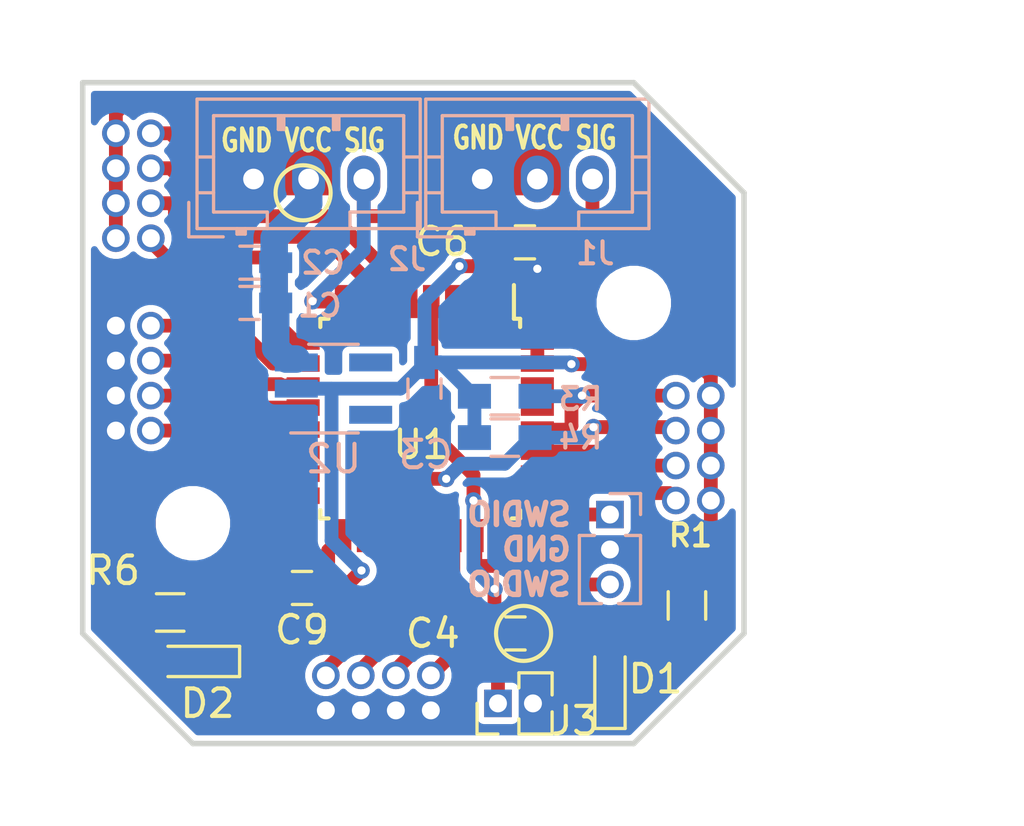
<source format=kicad_pcb>
(kicad_pcb (version 20171130) (host pcbnew 5.1.5)

  (general
    (thickness 1.6)
    (drawings 7)
    (tracks 187)
    (zones 0)
    (modules 21)
    (nets 27)
  )

  (page A4)
  (layers
    (0 F.Cu signal)
    (31 B.Cu signal)
    (32 B.Adhes user)
    (33 F.Adhes user)
    (34 B.Paste user)
    (35 F.Paste user)
    (36 B.SilkS user)
    (37 F.SilkS user)
    (38 B.Mask user)
    (39 F.Mask user)
    (40 Dwgs.User user)
    (41 Cmts.User user)
    (42 Eco1.User user)
    (43 Eco2.User user)
    (44 Edge.Cuts user)
    (45 Margin user)
    (46 B.CrtYd user)
    (47 F.CrtYd user)
    (48 B.Fab user hide)
    (49 F.Fab user hide)
  )

  (setup
    (last_trace_width 0.5)
    (trace_clearance 0.25)
    (zone_clearance 0.2)
    (zone_45_only no)
    (trace_min 0.15)
    (via_size 0.6)
    (via_drill 0.3)
    (via_min_size 0.4)
    (via_min_drill 0.3)
    (uvia_size 0.3)
    (uvia_drill 0.1)
    (uvias_allowed no)
    (uvia_min_size 0.2)
    (uvia_min_drill 0.1)
    (edge_width 0.05)
    (segment_width 0.2)
    (pcb_text_width 0.3)
    (pcb_text_size 1.5 1.5)
    (mod_edge_width 0.12)
    (mod_text_size 1 1)
    (mod_text_width 0.15)
    (pad_size 1.524 1.524)
    (pad_drill 0.762)
    (pad_to_mask_clearance 0.051)
    (solder_mask_min_width 0.25)
    (aux_axis_origin 0 0)
    (grid_origin 170 100)
    (visible_elements FFFFFF7F)
    (pcbplotparams
      (layerselection 0x010fc_ffffffff)
      (usegerberextensions false)
      (usegerberattributes false)
      (usegerberadvancedattributes false)
      (creategerberjobfile false)
      (excludeedgelayer true)
      (linewidth 0.100000)
      (plotframeref false)
      (viasonmask false)
      (mode 1)
      (useauxorigin false)
      (hpglpennumber 1)
      (hpglpenspeed 20)
      (hpglpendiameter 15.000000)
      (psnegative false)
      (psa4output false)
      (plotreference true)
      (plotvalue true)
      (plotinvisibletext false)
      (padsonsilk false)
      (subtractmaskfromsilk false)
      (outputformat 1)
      (mirror false)
      (drillshape 0)
      (scaleselection 1)
      (outputdirectory ""))
  )

  (net 0 "")
  (net 1 VCC)
  (net 2 +3V3)
  (net 3 "Net-(D1-Pad2)")
  (net 4 SWDIO)
  (net 5 SWDCLK)
  (net 6 BUS)
  (net 7 GND)
  (net 8 I2C_SDA)
  (net 9 I2C_CLK)
  (net 10 SPI_CLK)
  (net 11 SPI_MISO)
  (net 12 SPI_MOSI)
  (net 13 "Net-(D2-Pad2)")
  (net 14 PB0)
  (net 15 ADC0)
  (net 16 ADC1)
  (net 17 LED)
  (net 18 "Net-(C4-Pad2)")
  (net 19 USART1_TX)
  (net 20 USART1_RX)
  (net 21 PA4)
  (net 22 CRX)
  (net 23 CTX)
  (net 24 PB3)
  (net 25 PB4)
  (net 26 PA3)

  (net_class Default "This is the default net class."
    (clearance 0.25)
    (trace_width 0.5)
    (via_dia 0.6)
    (via_drill 0.3)
    (uvia_dia 0.3)
    (uvia_drill 0.1)
    (add_net +3V3)
    (add_net ADC0)
    (add_net ADC1)
    (add_net CRX)
    (add_net CTX)
    (add_net GND)
    (add_net I2C_CLK)
    (add_net I2C_SDA)
    (add_net LED)
    (add_net "Net-(C4-Pad2)")
    (add_net "Net-(D1-Pad2)")
    (add_net "Net-(D2-Pad2)")
    (add_net PA3)
    (add_net PA4)
    (add_net PB0)
    (add_net PB3)
    (add_net PB4)
    (add_net SPI_CLK)
    (add_net SPI_MISO)
    (add_net SPI_MOSI)
    (add_net SWDCLK)
    (add_net SWDIO)
    (add_net USART1_RX)
    (add_net USART1_TX)
    (add_net VCC)
  )

  (net_class SIG ""
    (clearance 0.25)
    (trace_width 0.5)
    (via_dia 0.6)
    (via_drill 0.3)
    (uvia_dia 0.3)
    (uvia_drill 0.1)
    (add_net BUS)
  )

  (module tile:tile (layer F.Cu) (tedit 5E0FAB9F) (tstamp 5E066AA8)
    (at 100 100)
    (path /5E04002C)
    (fp_text reference U3 (at 0.8 1.6) (layer F.SilkS) hide
      (effects (font (size 1 1) (thickness 0.15)))
    )
    (fp_text value tile (at 0 -0.5) (layer F.Fab)
      (effects (font (size 1 1) (thickness 0.15)))
    )
    (fp_circle (center -4 -8) (end -2 -8) (layer F.CrtYd) (width 0.12))
    (fp_circle (center 4 8) (end 4 6) (layer F.CrtYd) (width 0.12))
    (fp_circle (center -8 4) (end -6 4) (layer F.CrtYd) (width 0.12))
    (fp_circle (center 8 -4) (end 6 -4) (layer F.CrtYd) (width 0.12))
    (fp_circle (center 4 8) (end 5 8) (layer F.SilkS) (width 0.15))
    (fp_circle (center -8 4) (end -7 4) (layer F.SilkS) (width 0.15))
    (fp_circle (center -4 -8) (end -3 -8) (layer F.SilkS) (width 0.15))
    (fp_circle (center 8 -4) (end 9 -4) (layer F.SilkS) (width 0.15))
    (fp_line (start 8 12) (end 12 8) (layer Edge.Cuts) (width 0.2))
    (fp_line (start -8 12) (end 8 12) (layer Edge.Cuts) (width 0.2))
    (fp_line (start -12 8) (end -8 12) (layer Edge.Cuts) (width 0.2))
    (fp_line (start -12 -12) (end -12 8) (layer Edge.Cuts) (width 0.2))
    (fp_line (start 8 -12) (end -12 -12) (layer Edge.Cuts) (width 0.2))
    (fp_line (start 12 -8) (end 8 -12) (layer Edge.Cuts) (width 0.2))
    (fp_line (start 12 8) (end 12 -8) (layer Edge.Cuts) (width 0.2))
    (pad 1 thru_hole circle (at 10.795 -0.635) (size 1 1) (drill 0.65) (layers *.Cu *.Mask)
      (net 2 +3V3))
    (pad 2 thru_hole circle (at 10.795 0.635) (size 1 1) (drill 0.65) (layers *.Cu *.Mask)
      (net 2 +3V3))
    (pad 3 thru_hole circle (at 10.795 1.905) (size 1 1) (drill 0.65) (layers *.Cu *.Mask)
      (net 2 +3V3))
    (pad 4 thru_hole circle (at 10.795 3.175) (size 1 1) (drill 0.65) (layers *.Cu *.Mask)
      (net 2 +3V3))
    (pad 5 thru_hole circle (at 0.635 10.795 270) (size 1 1) (drill 0.65) (layers *.Cu *.Mask)
      (net 7 GND))
    (pad 6 thru_hole circle (at -0.635 10.795 270) (size 1 1) (drill 0.65) (layers *.Cu *.Mask)
      (net 7 GND))
    (pad 7 thru_hole circle (at -1.905 10.795 270) (size 1 1) (drill 0.65) (layers *.Cu *.Mask)
      (net 7 GND))
    (pad 8 thru_hole circle (at -3.175 10.795 270) (size 1 1) (drill 0.65) (layers *.Cu *.Mask)
      (net 7 GND))
    (pad 9 thru_hole circle (at 9.525 -0.635) (size 1 1) (drill 0.65) (layers *.Cu *.Mask)
      (net 8 I2C_SDA))
    (pad 10 thru_hole circle (at 9.525 0.635) (size 1 1) (drill 0.65) (layers *.Cu *.Mask)
      (net 9 I2C_CLK))
    (pad 11 thru_hole circle (at 9.525 1.905) (size 1 1) (drill 0.65) (layers *.Cu *.Mask)
      (net 25 PB4))
    (pad 12 thru_hole circle (at 9.525 3.175) (size 1 1) (drill 0.65) (layers *.Cu *.Mask)
      (net 24 PB3))
    (pad 13 thru_hole circle (at 0.635 9.525 270) (size 1 1) (drill 0.65) (layers *.Cu *.Mask)
      (net 23 CTX))
    (pad 14 thru_hole circle (at -0.635 9.525 270) (size 1 1) (drill 0.65) (layers *.Cu *.Mask)
      (net 22 CRX))
    (pad 15 thru_hole circle (at -1.905 9.525 270) (size 1 1) (drill 0.65) (layers *.Cu *.Mask)
      (net 20 USART1_RX))
    (pad 16 thru_hole circle (at -3.175 9.525 270) (size 1 1) (drill 0.65) (layers *.Cu *.Mask)
      (net 19 USART1_TX))
    (pad 17 thru_hole circle (at -10.795 0.635) (size 1 1) (drill 0.65) (layers *.Cu *.Mask)
      (net 7 GND))
    (pad 18 thru_hole circle (at -10.795 -0.635) (size 1 1) (drill 0.65) (layers *.Cu *.Mask)
      (net 7 GND))
    (pad 19 thru_hole circle (at -10.795 -1.905) (size 1 1) (drill 0.65) (layers *.Cu *.Mask)
      (net 7 GND))
    (pad 20 thru_hole circle (at -10.795 -3.175) (size 1 1) (drill 0.65) (layers *.Cu *.Mask)
      (net 7 GND))
    (pad 21 thru_hole circle (at -10.795 -6.35) (size 1 1) (drill 0.65) (layers *.Cu *.Mask)
      (net 1 VCC))
    (pad 22 thru_hole circle (at -10.795 -7.62) (size 1 1) (drill 0.65) (layers *.Cu *.Mask)
      (net 1 VCC))
    (pad 23 thru_hole circle (at -10.795 -8.89) (size 1 1) (drill 0.65) (layers *.Cu *.Mask)
      (net 1 VCC))
    (pad 24 thru_hole circle (at -10.795 -10.16) (size 1 1) (drill 0.65) (layers *.Cu *.Mask)
      (net 1 VCC))
    (pad 25 thru_hole circle (at -9.525 0.635) (size 1 1) (drill 0.65) (layers *.Cu *.Mask)
      (net 14 PB0))
    (pad 26 thru_hole circle (at -9.525 -0.635) (size 1 1) (drill 0.65) (layers *.Cu *.Mask)
      (net 12 SPI_MOSI))
    (pad 27 thru_hole circle (at -9.525 -1.905) (size 1 1) (drill 0.65) (layers *.Cu *.Mask)
      (net 11 SPI_MISO))
    (pad 28 thru_hole circle (at -9.525 -3.175) (size 1 1) (drill 0.65) (layers *.Cu *.Mask)
      (net 10 SPI_CLK))
    (pad 29 thru_hole circle (at -9.525 -6.35) (size 1 1) (drill 0.65) (layers *.Cu *.Mask)
      (net 21 PA4))
    (pad 30 thru_hole circle (at -9.525 -7.62) (size 1 1) (drill 0.65) (layers *.Cu *.Mask)
      (net 26 PA3))
    (pad 31 thru_hole circle (at -9.525 -8.89) (size 1 1) (drill 0.65) (layers *.Cu *.Mask)
      (net 16 ADC1))
    (pad 32 thru_hole circle (at -9.525 -10.16) (size 1 1) (drill 0.65) (layers *.Cu *.Mask)
      (net 15 ADC0))
  )

  (module Housings_QFP:LQFP-32_7x7mm_Pitch0.8mm locked (layer F.Cu) (tedit 54130A77) (tstamp 5E0F9969)
    (at 100.25 100.2 270)
    (descr "LQFP32: plastic low profile quad flat package; 32 leads; body 7 x 7 x 1.4 mm (see NXP sot358-1_po.pdf and sot358-1_fr.pdf)")
    (tags "QFP 0.8")
    (path /5E0FC4E2)
    (attr smd)
    (fp_text reference U1 (at 0.943 -0.027 180) (layer F.SilkS)
      (effects (font (size 1 1) (thickness 0.15)))
    )
    (fp_text value STM32F301K6Tx (at 0 5.85 90) (layer F.Fab)
      (effects (font (size 1 1) (thickness 0.15)))
    )
    (fp_text user %R (at 0 0 90) (layer F.Fab)
      (effects (font (size 1 1) (thickness 0.15)))
    )
    (fp_line (start -2.5 -3.5) (end 3.5 -3.5) (layer F.Fab) (width 0.15))
    (fp_line (start 3.5 -3.5) (end 3.5 3.5) (layer F.Fab) (width 0.15))
    (fp_line (start 3.5 3.5) (end -3.5 3.5) (layer F.Fab) (width 0.15))
    (fp_line (start -3.5 3.5) (end -3.5 -2.5) (layer F.Fab) (width 0.15))
    (fp_line (start -3.5 -2.5) (end -2.5 -3.5) (layer F.Fab) (width 0.15))
    (fp_line (start -5.1 -5.1) (end -5.1 5.1) (layer F.CrtYd) (width 0.05))
    (fp_line (start 5.1 -5.1) (end 5.1 5.1) (layer F.CrtYd) (width 0.05))
    (fp_line (start -5.1 -5.1) (end 5.1 -5.1) (layer F.CrtYd) (width 0.05))
    (fp_line (start -5.1 5.1) (end 5.1 5.1) (layer F.CrtYd) (width 0.05))
    (fp_line (start -3.625 -3.625) (end -3.625 -3.4) (layer F.SilkS) (width 0.15))
    (fp_line (start 3.625 -3.625) (end 3.625 -3.325) (layer F.SilkS) (width 0.15))
    (fp_line (start 3.625 3.625) (end 3.625 3.325) (layer F.SilkS) (width 0.15))
    (fp_line (start -3.625 3.625) (end -3.625 3.325) (layer F.SilkS) (width 0.15))
    (fp_line (start -3.625 -3.625) (end -3.325 -3.625) (layer F.SilkS) (width 0.15))
    (fp_line (start -3.625 3.625) (end -3.325 3.625) (layer F.SilkS) (width 0.15))
    (fp_line (start 3.625 3.625) (end 3.325 3.625) (layer F.SilkS) (width 0.15))
    (fp_line (start 3.625 -3.625) (end 3.325 -3.625) (layer F.SilkS) (width 0.15))
    (fp_line (start -3.625 -3.4) (end -4.85 -3.4) (layer F.SilkS) (width 0.15))
    (pad 1 smd rect (at -4.25 -2.8 270) (size 1.2 0.6) (layers F.Cu F.Paste F.Mask)
      (net 2 +3V3))
    (pad 2 smd rect (at -4.25 -2 270) (size 1.2 0.6) (layers F.Cu F.Paste F.Mask))
    (pad 3 smd rect (at -4.25 -1.2 270) (size 1.2 0.6) (layers F.Cu F.Paste F.Mask))
    (pad 4 smd rect (at -4.25 -0.4 270) (size 1.2 0.6) (layers F.Cu F.Paste F.Mask)
      (net 18 "Net-(C4-Pad2)"))
    (pad 5 smd rect (at -4.25 0.4 270) (size 1.2 0.6) (layers F.Cu F.Paste F.Mask)
      (net 2 +3V3))
    (pad 6 smd rect (at -4.25 1.2 270) (size 1.2 0.6) (layers F.Cu F.Paste F.Mask)
      (net 15 ADC0))
    (pad 7 smd rect (at -4.25 2 270) (size 1.2 0.6) (layers F.Cu F.Paste F.Mask)
      (net 16 ADC1))
    (pad 8 smd rect (at -4.25 2.8 270) (size 1.2 0.6) (layers F.Cu F.Paste F.Mask)
      (net 6 BUS))
    (pad 9 smd rect (at -2.8 4.25) (size 1.2 0.6) (layers F.Cu F.Paste F.Mask)
      (net 26 PA3))
    (pad 10 smd rect (at -2 4.25) (size 1.2 0.6) (layers F.Cu F.Paste F.Mask)
      (net 21 PA4))
    (pad 11 smd rect (at -1.2 4.25) (size 1.2 0.6) (layers F.Cu F.Paste F.Mask)
      (net 10 SPI_CLK))
    (pad 12 smd rect (at -0.4 4.25) (size 1.2 0.6) (layers F.Cu F.Paste F.Mask)
      (net 11 SPI_MISO))
    (pad 13 smd rect (at 0.4 4.25) (size 1.2 0.6) (layers F.Cu F.Paste F.Mask)
      (net 12 SPI_MOSI))
    (pad 14 smd rect (at 1.2 4.25) (size 1.2 0.6) (layers F.Cu F.Paste F.Mask)
      (net 14 PB0))
    (pad 15 smd rect (at 2 4.25) (size 1.2 0.6) (layers F.Cu F.Paste F.Mask)
      (net 17 LED))
    (pad 16 smd rect (at 2.8 4.25) (size 1.2 0.6) (layers F.Cu F.Paste F.Mask)
      (net 7 GND))
    (pad 17 smd rect (at 4.25 2.8 270) (size 1.2 0.6) (layers F.Cu F.Paste F.Mask)
      (net 2 +3V3))
    (pad 18 smd rect (at 4.25 2 270) (size 1.2 0.6) (layers F.Cu F.Paste F.Mask)
      (net 9 I2C_CLK))
    (pad 19 smd rect (at 4.25 1.2 270) (size 1.2 0.6) (layers F.Cu F.Paste F.Mask)
      (net 19 USART1_TX))
    (pad 20 smd rect (at 4.25 0.4 270) (size 1.2 0.6) (layers F.Cu F.Paste F.Mask)
      (net 20 USART1_RX))
    (pad 21 smd rect (at 4.25 -0.4 270) (size 1.2 0.6) (layers F.Cu F.Paste F.Mask)
      (net 22 CRX))
    (pad 22 smd rect (at 4.25 -1.2 270) (size 1.2 0.6) (layers F.Cu F.Paste F.Mask)
      (net 23 CTX))
    (pad 23 smd rect (at 4.25 -2 270) (size 1.2 0.6) (layers F.Cu F.Paste F.Mask)
      (net 4 SWDIO))
    (pad 24 smd rect (at 4.25 -2.8 270) (size 1.2 0.6) (layers F.Cu F.Paste F.Mask)
      (net 5 SWDCLK))
    (pad 25 smd rect (at 2.8 -4.25) (size 1.2 0.6) (layers F.Cu F.Paste F.Mask))
    (pad 26 smd rect (at 2 -4.25) (size 1.2 0.6) (layers F.Cu F.Paste F.Mask)
      (net 24 PB3))
    (pad 27 smd rect (at 1.2 -4.25) (size 1.2 0.6) (layers F.Cu F.Paste F.Mask)
      (net 25 PB4))
    (pad 28 smd rect (at 0.4 -4.25) (size 1.2 0.6) (layers F.Cu F.Paste F.Mask)
      (net 8 I2C_SDA))
    (pad 29 smd rect (at -0.4 -4.25) (size 1.2 0.6) (layers F.Cu F.Paste F.Mask))
    (pad 30 smd rect (at -1.2 -4.25) (size 1.2 0.6) (layers F.Cu F.Paste F.Mask))
    (pad 31 smd rect (at -2 -4.25) (size 1.2 0.6) (layers F.Cu F.Paste F.Mask)
      (net 7 GND))
    (pad 32 smd rect (at -2.8 -4.25) (size 1.2 0.6) (layers F.Cu F.Paste F.Mask)
      (net 7 GND))
    (model ${KISYS3DMOD}/Housings_QFP.3dshapes/LQFP-32_7x7mm_Pitch0.8mm.wrl
      (at (xyz 0 0 0))
      (scale (xyz 1 1 1))
      (rotate (xyz 0 0 0))
    )
  )

  (module Pin_Headers:Pin_Header_Straight_1x03_Pitch1.27mm (layer B.Cu) (tedit 59650535) (tstamp 5E05F3AA)
    (at 107.135 103.683 180)
    (descr "Through hole straight pin header, 1x03, 1.27mm pitch, single row")
    (tags "Through hole pin header THT 1x03 1.27mm single row")
    (path /5E114952)
    (fp_text reference J4 (at -2.159 6.985) (layer B.SilkS) hide
      (effects (font (size 1 1) (thickness 0.15)) (justify mirror))
    )
    (fp_text value Conn_01x03_Male (at 0 -4.235) (layer B.Fab)
      (effects (font (size 1 1) (thickness 0.15)) (justify mirror))
    )
    (fp_line (start -0.525 0.635) (end 1.05 0.635) (layer B.Fab) (width 0.1))
    (fp_line (start 1.05 0.635) (end 1.05 -3.175) (layer B.Fab) (width 0.1))
    (fp_line (start 1.05 -3.175) (end -1.05 -3.175) (layer B.Fab) (width 0.1))
    (fp_line (start -1.05 -3.175) (end -1.05 0.11) (layer B.Fab) (width 0.1))
    (fp_line (start -1.05 0.11) (end -0.525 0.635) (layer B.Fab) (width 0.1))
    (fp_line (start -1.11 -3.235) (end -0.30753 -3.235) (layer B.SilkS) (width 0.12))
    (fp_line (start 0.30753 -3.235) (end 1.11 -3.235) (layer B.SilkS) (width 0.12))
    (fp_line (start -1.11 -0.76) (end -1.11 -3.235) (layer B.SilkS) (width 0.12))
    (fp_line (start 1.11 -0.76) (end 1.11 -3.235) (layer B.SilkS) (width 0.12))
    (fp_line (start -1.11 -0.76) (end -0.563471 -0.76) (layer B.SilkS) (width 0.12))
    (fp_line (start 0.563471 -0.76) (end 1.11 -0.76) (layer B.SilkS) (width 0.12))
    (fp_line (start -1.11 0) (end -1.11 0.76) (layer B.SilkS) (width 0.12))
    (fp_line (start -1.11 0.76) (end 0 0.76) (layer B.SilkS) (width 0.12))
    (fp_line (start -1.55 1.15) (end -1.55 -3.7) (layer B.CrtYd) (width 0.05))
    (fp_line (start -1.55 -3.7) (end 1.55 -3.7) (layer B.CrtYd) (width 0.05))
    (fp_line (start 1.55 -3.7) (end 1.55 1.15) (layer B.CrtYd) (width 0.05))
    (fp_line (start 1.55 1.15) (end -1.55 1.15) (layer B.CrtYd) (width 0.05))
    (fp_text user %R (at 0 -1.27 270) (layer B.Fab)
      (effects (font (size 1 1) (thickness 0.15)) (justify mirror))
    )
    (pad 1 thru_hole rect (at 0 0 180) (size 1 1) (drill 0.65) (layers *.Cu *.Mask)
      (net 5 SWDCLK))
    (pad 2 thru_hole oval (at 0 -1.27 180) (size 1 1) (drill 0.65) (layers *.Cu *.Mask)
      (net 7 GND))
    (pad 3 thru_hole oval (at 0 -2.54 180) (size 1 1) (drill 0.65) (layers *.Cu *.Mask)
      (net 4 SWDIO))
    (model ${KISYS3DMOD}/Pin_Headers.3dshapes/Pin_Header_Straight_1x03_Pitch1.27mm.wrl
      (at (xyz 0 0 0))
      (scale (xyz 1 1 1))
      (rotate (xyz 0 0 0))
    )
  )

  (module LEDs:LED_0603_HandSoldering (layer F.Cu) (tedit 595FC9C0) (tstamp 5E024BEF)
    (at 91.895 109.017 180)
    (descr "LED SMD 0603, hand soldering")
    (tags "LED 0603")
    (path /5E2262A5)
    (attr smd)
    (fp_text reference D2 (at -0.635 -1.524) (layer F.SilkS)
      (effects (font (size 1 1) (thickness 0.15)))
    )
    (fp_text value LED (at 0 1.55) (layer F.Fab)
      (effects (font (size 1 1) (thickness 0.15)))
    )
    (fp_line (start -1.8 -0.55) (end -1.8 0.55) (layer F.SilkS) (width 0.12))
    (fp_line (start -0.2 -0.2) (end -0.2 0.2) (layer F.Fab) (width 0.1))
    (fp_line (start -0.15 0) (end 0.15 -0.2) (layer F.Fab) (width 0.1))
    (fp_line (start 0.15 0.2) (end -0.15 0) (layer F.Fab) (width 0.1))
    (fp_line (start 0.15 -0.2) (end 0.15 0.2) (layer F.Fab) (width 0.1))
    (fp_line (start 0.8 0.4) (end -0.8 0.4) (layer F.Fab) (width 0.1))
    (fp_line (start 0.8 -0.4) (end 0.8 0.4) (layer F.Fab) (width 0.1))
    (fp_line (start -0.8 -0.4) (end 0.8 -0.4) (layer F.Fab) (width 0.1))
    (fp_line (start -1.8 0.55) (end 0.8 0.55) (layer F.SilkS) (width 0.12))
    (fp_line (start -1.8 -0.55) (end 0.8 -0.55) (layer F.SilkS) (width 0.12))
    (fp_line (start -1.96 -0.7) (end 1.95 -0.7) (layer F.CrtYd) (width 0.05))
    (fp_line (start -1.96 -0.7) (end -1.96 0.7) (layer F.CrtYd) (width 0.05))
    (fp_line (start 1.95 0.7) (end 1.95 -0.7) (layer F.CrtYd) (width 0.05))
    (fp_line (start 1.95 0.7) (end -1.96 0.7) (layer F.CrtYd) (width 0.05))
    (fp_line (start -0.8 -0.4) (end -0.8 0.4) (layer F.Fab) (width 0.1))
    (pad 1 smd rect (at -1.1 0 180) (size 1.2 0.9) (layers F.Cu F.Paste F.Mask)
      (net 7 GND))
    (pad 2 smd rect (at 1.1 0 180) (size 1.2 0.9) (layers F.Cu F.Paste F.Mask)
      (net 13 "Net-(D2-Pad2)"))
    (model ${KISYS3DMOD}/LEDs.3dshapes/LED_0603.wrl
      (at (xyz 0 0 0))
      (scale (xyz 1 1 1))
      (rotate (xyz 0 0 180))
    )
  )

  (module LEDs:LED_0603_HandSoldering (layer F.Cu) (tedit 595FC9C0) (tstamp 5E00ABFC)
    (at 107.135 109.652 90)
    (descr "LED SMD 0603, hand soldering")
    (tags "LED 0603")
    (path /5E011663)
    (attr smd)
    (fp_text reference D1 (at 0 1.651 180) (layer F.SilkS)
      (effects (font (size 1 1) (thickness 0.15)))
    )
    (fp_text value LED (at 0 1.55 90) (layer F.Fab)
      (effects (font (size 1 1) (thickness 0.15)))
    )
    (fp_line (start -1.8 -0.55) (end -1.8 0.55) (layer F.SilkS) (width 0.12))
    (fp_line (start -0.2 -0.2) (end -0.2 0.2) (layer F.Fab) (width 0.1))
    (fp_line (start -0.15 0) (end 0.15 -0.2) (layer F.Fab) (width 0.1))
    (fp_line (start 0.15 0.2) (end -0.15 0) (layer F.Fab) (width 0.1))
    (fp_line (start 0.15 -0.2) (end 0.15 0.2) (layer F.Fab) (width 0.1))
    (fp_line (start 0.8 0.4) (end -0.8 0.4) (layer F.Fab) (width 0.1))
    (fp_line (start 0.8 -0.4) (end 0.8 0.4) (layer F.Fab) (width 0.1))
    (fp_line (start -0.8 -0.4) (end 0.8 -0.4) (layer F.Fab) (width 0.1))
    (fp_line (start -1.8 0.55) (end 0.8 0.55) (layer F.SilkS) (width 0.12))
    (fp_line (start -1.8 -0.55) (end 0.8 -0.55) (layer F.SilkS) (width 0.12))
    (fp_line (start -1.96 -0.7) (end 1.95 -0.7) (layer F.CrtYd) (width 0.05))
    (fp_line (start -1.96 -0.7) (end -1.96 0.7) (layer F.CrtYd) (width 0.05))
    (fp_line (start 1.95 0.7) (end 1.95 -0.7) (layer F.CrtYd) (width 0.05))
    (fp_line (start 1.95 0.7) (end -1.96 0.7) (layer F.CrtYd) (width 0.05))
    (fp_line (start -0.8 -0.4) (end -0.8 0.4) (layer F.Fab) (width 0.1))
    (pad 1 smd rect (at -1.1 0 90) (size 1.2 0.9) (layers F.Cu F.Paste F.Mask)
      (net 7 GND))
    (pad 2 smd rect (at 1.1 0 90) (size 1.2 0.9) (layers F.Cu F.Paste F.Mask)
      (net 3 "Net-(D1-Pad2)"))
    (model ${KISYS3DMOD}/LEDs.3dshapes/LED_0603.wrl
      (at (xyz 0 0 0))
      (scale (xyz 1 1 1))
      (rotate (xyz 0 0 180))
    )
  )

  (module TO_SOT_Packages_SMD:SOT-23-5_HandSoldering (layer B.Cu) (tedit 58CE4E7E) (tstamp 5E00B055)
    (at 97.102 99.111)
    (descr "5-pin SOT23 package")
    (tags "SOT-23-5 hand-soldering")
    (path /5E00AEC0)
    (attr smd)
    (fp_text reference U2 (at 0 2.55) (layer B.SilkS)
      (effects (font (size 1 1) (thickness 0.15)) (justify mirror))
    )
    (fp_text value AP2210-33 (at 0 -2.9) (layer B.Fab)
      (effects (font (size 1 1) (thickness 0.15)) (justify mirror))
    )
    (fp_text user %R (at 0 0 -90) (layer B.Fab)
      (effects (font (size 0.5 0.5) (thickness 0.075)) (justify mirror))
    )
    (fp_line (start -0.9 -1.61) (end 0.9 -1.61) (layer B.SilkS) (width 0.12))
    (fp_line (start 0.9 1.61) (end -1.55 1.61) (layer B.SilkS) (width 0.12))
    (fp_line (start -0.9 0.9) (end -0.25 1.55) (layer B.Fab) (width 0.1))
    (fp_line (start 0.9 1.55) (end -0.25 1.55) (layer B.Fab) (width 0.1))
    (fp_line (start -0.9 0.9) (end -0.9 -1.55) (layer B.Fab) (width 0.1))
    (fp_line (start 0.9 -1.55) (end -0.9 -1.55) (layer B.Fab) (width 0.1))
    (fp_line (start 0.9 1.55) (end 0.9 -1.55) (layer B.Fab) (width 0.1))
    (fp_line (start -2.38 1.8) (end 2.38 1.8) (layer B.CrtYd) (width 0.05))
    (fp_line (start -2.38 1.8) (end -2.38 -1.8) (layer B.CrtYd) (width 0.05))
    (fp_line (start 2.38 -1.8) (end 2.38 1.8) (layer B.CrtYd) (width 0.05))
    (fp_line (start 2.38 -1.8) (end -2.38 -1.8) (layer B.CrtYd) (width 0.05))
    (pad 1 smd rect (at -1.35 0.95) (size 1.56 0.65) (layers B.Cu B.Paste B.Mask)
      (net 7 GND))
    (pad 2 smd rect (at -1.35 0) (size 1.56 0.65) (layers B.Cu B.Paste B.Mask)
      (net 2 +3V3))
    (pad 3 smd rect (at -1.35 -0.95) (size 1.56 0.65) (layers B.Cu B.Paste B.Mask)
      (net 1 VCC))
    (pad 4 smd rect (at 1.35 -0.95) (size 1.56 0.65) (layers B.Cu B.Paste B.Mask))
    (pad 5 smd rect (at 1.35 0.95) (size 1.56 0.65) (layers B.Cu B.Paste B.Mask))
    (model ${KISYS3DMOD}/TO_SOT_Packages_SMD.3dshapes\SOT-23-5.wrl
      (at (xyz 0 0 0))
      (scale (xyz 1 1 1))
      (rotate (xyz 0 0 0))
    )
  )

  (module Resistors_SMD:R_0603_HandSoldering (layer F.Cu) (tedit 58E0A804) (tstamp 5E0282A8)
    (at 91.176 107.239)
    (descr "Resistor SMD 0603, hand soldering")
    (tags "resistor 0603")
    (path /5E2262AB)
    (attr smd)
    (fp_text reference R6 (at -2.075 -1.524) (layer F.SilkS)
      (effects (font (size 1 1) (thickness 0.15)))
    )
    (fp_text value R_Small (at 0 1.55) (layer F.Fab)
      (effects (font (size 1 1) (thickness 0.15)))
    )
    (fp_text user %R (at 0 0) (layer F.Fab)
      (effects (font (size 0.4 0.4) (thickness 0.075)))
    )
    (fp_line (start -0.8 0.4) (end -0.8 -0.4) (layer F.Fab) (width 0.1))
    (fp_line (start 0.8 0.4) (end -0.8 0.4) (layer F.Fab) (width 0.1))
    (fp_line (start 0.8 -0.4) (end 0.8 0.4) (layer F.Fab) (width 0.1))
    (fp_line (start -0.8 -0.4) (end 0.8 -0.4) (layer F.Fab) (width 0.1))
    (fp_line (start 0.5 0.68) (end -0.5 0.68) (layer F.SilkS) (width 0.12))
    (fp_line (start -0.5 -0.68) (end 0.5 -0.68) (layer F.SilkS) (width 0.12))
    (fp_line (start -1.96 -0.7) (end 1.95 -0.7) (layer F.CrtYd) (width 0.05))
    (fp_line (start -1.96 -0.7) (end -1.96 0.7) (layer F.CrtYd) (width 0.05))
    (fp_line (start 1.95 0.7) (end 1.95 -0.7) (layer F.CrtYd) (width 0.05))
    (fp_line (start 1.95 0.7) (end -1.96 0.7) (layer F.CrtYd) (width 0.05))
    (pad 1 smd rect (at -1.1 0) (size 1.2 0.9) (layers F.Cu F.Paste F.Mask)
      (net 13 "Net-(D2-Pad2)"))
    (pad 2 smd rect (at 1.1 0) (size 1.2 0.9) (layers F.Cu F.Paste F.Mask)
      (net 17 LED))
    (model ${KISYS3DMOD}/Resistors_SMD.3dshapes/R_0603.wrl
      (at (xyz 0 0 0))
      (scale (xyz 1 1 1))
      (rotate (xyz 0 0 0))
    )
  )

  (module Resistors_SMD:R_0603_HandSoldering (layer B.Cu) (tedit 58E0A804) (tstamp 5E0146B6)
    (at 103.317 100.889 180)
    (descr "Resistor SMD 0603, hand soldering")
    (tags "resistor 0603")
    (path /5E0FAD27)
    (attr smd)
    (fp_text reference R4 (at -2.75 0) (layer B.SilkS)
      (effects (font (size 0.8 0.8) (thickness 0.15)) (justify mirror))
    )
    (fp_text value 4k7 (at 0 -1.55) (layer B.Fab)
      (effects (font (size 1 1) (thickness 0.15)) (justify mirror))
    )
    (fp_text user %R (at 0 0) (layer B.Fab)
      (effects (font (size 0.4 0.4) (thickness 0.075)) (justify mirror))
    )
    (fp_line (start -0.8 -0.4) (end -0.8 0.4) (layer B.Fab) (width 0.1))
    (fp_line (start 0.8 -0.4) (end -0.8 -0.4) (layer B.Fab) (width 0.1))
    (fp_line (start 0.8 0.4) (end 0.8 -0.4) (layer B.Fab) (width 0.1))
    (fp_line (start -0.8 0.4) (end 0.8 0.4) (layer B.Fab) (width 0.1))
    (fp_line (start 0.5 -0.68) (end -0.5 -0.68) (layer B.SilkS) (width 0.12))
    (fp_line (start -0.5 0.68) (end 0.5 0.68) (layer B.SilkS) (width 0.12))
    (fp_line (start -1.96 0.7) (end 1.95 0.7) (layer B.CrtYd) (width 0.05))
    (fp_line (start -1.96 0.7) (end -1.96 -0.7) (layer B.CrtYd) (width 0.05))
    (fp_line (start 1.95 -0.7) (end 1.95 0.7) (layer B.CrtYd) (width 0.05))
    (fp_line (start 1.95 -0.7) (end -1.96 -0.7) (layer B.CrtYd) (width 0.05))
    (pad 1 smd rect (at -1.1 0 180) (size 1.2 0.9) (layers B.Cu B.Paste B.Mask)
      (net 9 I2C_CLK))
    (pad 2 smd rect (at 1.1 0 180) (size 1.2 0.9) (layers B.Cu B.Paste B.Mask)
      (net 2 +3V3))
    (model ${KISYS3DMOD}/Resistors_SMD.3dshapes/R_0603.wrl
      (at (xyz 0 0 0))
      (scale (xyz 1 1 1))
      (rotate (xyz 0 0 0))
    )
  )

  (module Resistors_SMD:R_0603_HandSoldering (layer B.Cu) (tedit 58E0A804) (tstamp 5E0146B3)
    (at 103.317 99.389 180)
    (descr "Resistor SMD 0603, hand soldering")
    (tags "resistor 0603")
    (path /5E0FA929)
    (attr smd)
    (fp_text reference R3 (at -2.75 -0.1) (layer B.SilkS)
      (effects (font (size 0.8 0.8) (thickness 0.15)) (justify mirror))
    )
    (fp_text value 4k7 (at 0 -1.55) (layer B.Fab)
      (effects (font (size 1 1) (thickness 0.15)) (justify mirror))
    )
    (fp_text user %R (at 0 0) (layer B.Fab)
      (effects (font (size 0.4 0.4) (thickness 0.075)) (justify mirror))
    )
    (fp_line (start -0.8 -0.4) (end -0.8 0.4) (layer B.Fab) (width 0.1))
    (fp_line (start 0.8 -0.4) (end -0.8 -0.4) (layer B.Fab) (width 0.1))
    (fp_line (start 0.8 0.4) (end 0.8 -0.4) (layer B.Fab) (width 0.1))
    (fp_line (start -0.8 0.4) (end 0.8 0.4) (layer B.Fab) (width 0.1))
    (fp_line (start 0.5 -0.68) (end -0.5 -0.68) (layer B.SilkS) (width 0.12))
    (fp_line (start -0.5 0.68) (end 0.5 0.68) (layer B.SilkS) (width 0.12))
    (fp_line (start -1.96 0.7) (end 1.95 0.7) (layer B.CrtYd) (width 0.05))
    (fp_line (start -1.96 0.7) (end -1.96 -0.7) (layer B.CrtYd) (width 0.05))
    (fp_line (start 1.95 -0.7) (end 1.95 0.7) (layer B.CrtYd) (width 0.05))
    (fp_line (start 1.95 -0.7) (end -1.96 -0.7) (layer B.CrtYd) (width 0.05))
    (pad 1 smd rect (at -1.1 0 180) (size 1.2 0.9) (layers B.Cu B.Paste B.Mask)
      (net 8 I2C_SDA))
    (pad 2 smd rect (at 1.1 0 180) (size 1.2 0.9) (layers B.Cu B.Paste B.Mask)
      (net 2 +3V3))
    (model ${KISYS3DMOD}/Resistors_SMD.3dshapes/R_0603.wrl
      (at (xyz 0 0 0))
      (scale (xyz 1 1 1))
      (rotate (xyz 0 0 0))
    )
  )

  (module Pin_Headers:Pin_Header_Straight_1x02_Pitch1.27mm (layer F.Cu) (tedit 59650535) (tstamp 5E05AD6C)
    (at 103.071 110.541 90)
    (descr "Through hole straight pin header, 1x02, 1.27mm pitch, single row")
    (tags "Through hole pin header THT 1x02 1.27mm single row")
    (path /5E0745AC)
    (fp_text reference J3 (at -0.635 2.794 180) (layer F.SilkS)
      (effects (font (size 1 1) (thickness 0.15)))
    )
    (fp_text value Conn_01x02_Male (at 0 2.965001 90) (layer F.Fab)
      (effects (font (size 1 1) (thickness 0.15)))
    )
    (fp_line (start -0.525 -0.635) (end 1.05 -0.635) (layer F.Fab) (width 0.1))
    (fp_line (start 1.05 -0.635) (end 1.05 1.905) (layer F.Fab) (width 0.1))
    (fp_line (start 1.05 1.905) (end -1.05 1.905) (layer F.Fab) (width 0.1))
    (fp_line (start -1.05 1.905) (end -1.05 -0.11) (layer F.Fab) (width 0.1))
    (fp_line (start -1.05 -0.11) (end -0.525 -0.635) (layer F.Fab) (width 0.1))
    (fp_line (start -1.11 1.965) (end -0.30753 1.965) (layer F.SilkS) (width 0.12))
    (fp_line (start 0.30753 1.965) (end 1.11 1.965) (layer F.SilkS) (width 0.12))
    (fp_line (start -1.11 0.76) (end -1.11 1.965) (layer F.SilkS) (width 0.12))
    (fp_line (start 1.11 0.76) (end 1.11 1.965) (layer F.SilkS) (width 0.12))
    (fp_line (start -1.11 0.76) (end -0.563471 0.76) (layer F.SilkS) (width 0.12))
    (fp_line (start 0.563471 0.76) (end 1.11 0.76) (layer F.SilkS) (width 0.12))
    (fp_line (start -1.11 0) (end -1.11 -0.76) (layer F.SilkS) (width 0.12))
    (fp_line (start -1.11 -0.76) (end 0 -0.76) (layer F.SilkS) (width 0.12))
    (fp_line (start -1.55 -1.15) (end -1.55 2.45) (layer F.CrtYd) (width 0.05))
    (fp_line (start -1.55 2.45) (end 1.55 2.45) (layer F.CrtYd) (width 0.05))
    (fp_line (start 1.55 2.45) (end 1.55 -1.15) (layer F.CrtYd) (width 0.05))
    (fp_line (start 1.55 -1.15) (end -1.55 -1.15) (layer F.CrtYd) (width 0.05))
    (fp_text user %R (at 0 0.635) (layer F.Fab)
      (effects (font (size 1 1) (thickness 0.15)))
    )
    (pad 1 thru_hole rect (at 0 0 90) (size 1 1) (drill 0.65) (layers *.Cu *.Mask)
      (net 18 "Net-(C4-Pad2)"))
    (pad 2 thru_hole oval (at 0 1.27 90) (size 1 1) (drill 0.65) (layers *.Cu *.Mask)
      (net 7 GND))
    (model ${KISYS3DMOD}/Pin_Headers.3dshapes/Pin_Header_Straight_1x02_Pitch1.27mm.wrl
      (at (xyz 0 0 0))
      (scale (xyz 1 1 1))
      (rotate (xyz 0 0 0))
    )
  )

  (module Capacitors_SMD:C_0603_HandSoldering (layer F.Cu) (tedit 58AA848B) (tstamp 5E033F3C)
    (at 95.959 106.35)
    (descr "Capacitor SMD 0603, hand soldering")
    (tags "capacitor 0603")
    (path /5E0CA6F7)
    (attr smd)
    (fp_text reference C9 (at 0 1.524) (layer F.SilkS)
      (effects (font (size 1 1) (thickness 0.15)))
    )
    (fp_text value 100nf (at 0 1.5) (layer F.Fab)
      (effects (font (size 1 1) (thickness 0.15)))
    )
    (fp_text user %R (at 0 -1.25) (layer F.Fab)
      (effects (font (size 1 1) (thickness 0.15)))
    )
    (fp_line (start -0.8 0.4) (end -0.8 -0.4) (layer F.Fab) (width 0.1))
    (fp_line (start 0.8 0.4) (end -0.8 0.4) (layer F.Fab) (width 0.1))
    (fp_line (start 0.8 -0.4) (end 0.8 0.4) (layer F.Fab) (width 0.1))
    (fp_line (start -0.8 -0.4) (end 0.8 -0.4) (layer F.Fab) (width 0.1))
    (fp_line (start -0.35 -0.6) (end 0.35 -0.6) (layer F.SilkS) (width 0.12))
    (fp_line (start 0.35 0.6) (end -0.35 0.6) (layer F.SilkS) (width 0.12))
    (fp_line (start -1.8 -0.65) (end 1.8 -0.65) (layer F.CrtYd) (width 0.05))
    (fp_line (start -1.8 -0.65) (end -1.8 0.65) (layer F.CrtYd) (width 0.05))
    (fp_line (start 1.8 0.65) (end 1.8 -0.65) (layer F.CrtYd) (width 0.05))
    (fp_line (start 1.8 0.65) (end -1.8 0.65) (layer F.CrtYd) (width 0.05))
    (pad 1 smd rect (at -0.95 0) (size 1.2 0.75) (layers F.Cu F.Paste F.Mask)
      (net 7 GND))
    (pad 2 smd rect (at 0.95 0) (size 1.2 0.75) (layers F.Cu F.Paste F.Mask)
      (net 2 +3V3))
    (model Capacitors_SMD.3dshapes/C_0603.wrl
      (at (xyz 0 0 0))
      (scale (xyz 1 1 1))
      (rotate (xyz 0 0 0))
    )
  )

  (module Mounting_Holes:MountingHole_2.2mm_M2 (layer F.Cu) (tedit 56D1B4CB) (tstamp 5E010A44)
    (at 92 104)
    (descr "Mounting Hole 2.2mm, no annular, M2")
    (tags "mounting hole 2.2mm no annular m2")
    (path /5E09816E)
    (attr virtual)
    (fp_text reference Hole2 (at -2.8 -2.2) (layer F.SilkS) hide
      (effects (font (size 1 1) (thickness 0.15)))
    )
    (fp_text value Conn_01x01_Male (at 0 3.2) (layer F.Fab)
      (effects (font (size 1 1) (thickness 0.15)))
    )
    (fp_text user %R (at 0.3 0) (layer F.Fab)
      (effects (font (size 1 1) (thickness 0.15)))
    )
    (fp_circle (center 0 0) (end 2.2 0) (layer Cmts.User) (width 0.15))
    (fp_circle (center 0 0) (end 2.45 0) (layer F.CrtYd) (width 0.05))
    (pad 1 np_thru_hole circle (at 0 0) (size 2.2 2.2) (drill 2.2) (layers *.Cu *.Mask))
  )

  (module Mounting_Holes:MountingHole_2.2mm_M2 (layer F.Cu) (tedit 56D1B4CB) (tstamp 5E010A3E)
    (at 108 96)
    (descr "Mounting Hole 2.2mm, no annular, M2")
    (tags "mounting hole 2.2mm no annular m2")
    (path /5E097CAC)
    (attr virtual)
    (fp_text reference Hole1 (at 0 -3.2) (layer F.SilkS) hide
      (effects (font (size 1 1) (thickness 0.15)))
    )
    (fp_text value Conn_01x01_Male (at 0 3.2) (layer F.Fab)
      (effects (font (size 1 1) (thickness 0.15)))
    )
    (fp_text user %R (at 0.3 0) (layer F.Fab)
      (effects (font (size 1 1) (thickness 0.15)))
    )
    (fp_circle (center 0 0) (end 2.2 0) (layer Cmts.User) (width 0.15))
    (fp_circle (center 0 0) (end 2.45 0) (layer F.CrtYd) (width 0.05))
    (pad 1 np_thru_hole circle (at 0 0) (size 2.2 2.2) (drill 2.2) (layers *.Cu *.Mask))
  )

  (module Resistors_SMD:R_0603_HandSoldering (layer F.Cu) (tedit 58E0A804) (tstamp 5E010F49)
    (at 109.929 106.985 90)
    (descr "Resistor SMD 0603, hand soldering")
    (tags "resistor 0603")
    (path /5E011A93)
    (attr smd)
    (fp_text reference R1 (at 2.54 0.127) (layer F.SilkS)
      (effects (font (size 0.8 0.8) (thickness 0.15)))
    )
    (fp_text value R_Small (at 0 1.55 270) (layer F.Fab)
      (effects (font (size 1 1) (thickness 0.15)))
    )
    (fp_text user %R (at 0 0 270) (layer F.Fab)
      (effects (font (size 0.4 0.4) (thickness 0.075)))
    )
    (fp_line (start -0.8 0.4) (end -0.8 -0.4) (layer F.Fab) (width 0.1))
    (fp_line (start 0.8 0.4) (end -0.8 0.4) (layer F.Fab) (width 0.1))
    (fp_line (start 0.8 -0.4) (end 0.8 0.4) (layer F.Fab) (width 0.1))
    (fp_line (start -0.8 -0.4) (end 0.8 -0.4) (layer F.Fab) (width 0.1))
    (fp_line (start 0.5 0.68) (end -0.5 0.68) (layer F.SilkS) (width 0.12))
    (fp_line (start -0.5 -0.68) (end 0.5 -0.68) (layer F.SilkS) (width 0.12))
    (fp_line (start -1.96 -0.7) (end 1.95 -0.7) (layer F.CrtYd) (width 0.05))
    (fp_line (start -1.96 -0.7) (end -1.96 0.7) (layer F.CrtYd) (width 0.05))
    (fp_line (start 1.95 0.7) (end 1.95 -0.7) (layer F.CrtYd) (width 0.05))
    (fp_line (start 1.95 0.7) (end -1.96 0.7) (layer F.CrtYd) (width 0.05))
    (pad 1 smd rect (at -1.1 0 90) (size 1.2 0.9) (layers F.Cu F.Paste F.Mask)
      (net 3 "Net-(D1-Pad2)"))
    (pad 2 smd rect (at 1.1 0 90) (size 1.2 0.9) (layers F.Cu F.Paste F.Mask)
      (net 2 +3V3))
    (model ${KISYS3DMOD}/Resistors_SMD.3dshapes/R_0603.wrl
      (at (xyz 0 0 0))
      (scale (xyz 1 1 1))
      (rotate (xyz 0 0 0))
    )
  )

  (module Capacitors_SMD:C_0603_HandSoldering (layer F.Cu) (tedit 58AA848B) (tstamp 5E021D17)
    (at 104.05 93.8 180)
    (descr "Capacitor SMD 0603, hand soldering")
    (tags "capacitor 0603")
    (path /5E015AA2)
    (attr smd)
    (fp_text reference C6 (at 3.011 0.023 180) (layer F.SilkS)
      (effects (font (size 1 1) (thickness 0.15)))
    )
    (fp_text value 100nf (at 0 1.5 180) (layer F.Fab)
      (effects (font (size 1 1) (thickness 0.15)))
    )
    (fp_text user %R (at 0 -1.25 180) (layer F.Fab)
      (effects (font (size 1 1) (thickness 0.15)))
    )
    (fp_line (start -0.8 0.4) (end -0.8 -0.4) (layer F.Fab) (width 0.1))
    (fp_line (start 0.8 0.4) (end -0.8 0.4) (layer F.Fab) (width 0.1))
    (fp_line (start 0.8 -0.4) (end 0.8 0.4) (layer F.Fab) (width 0.1))
    (fp_line (start -0.8 -0.4) (end 0.8 -0.4) (layer F.Fab) (width 0.1))
    (fp_line (start -0.35 -0.6) (end 0.35 -0.6) (layer F.SilkS) (width 0.12))
    (fp_line (start 0.35 0.6) (end -0.35 0.6) (layer F.SilkS) (width 0.12))
    (fp_line (start -1.8 -0.65) (end 1.8 -0.65) (layer F.CrtYd) (width 0.05))
    (fp_line (start -1.8 -0.65) (end -1.8 0.65) (layer F.CrtYd) (width 0.05))
    (fp_line (start 1.8 0.65) (end 1.8 -0.65) (layer F.CrtYd) (width 0.05))
    (fp_line (start 1.8 0.65) (end -1.8 0.65) (layer F.CrtYd) (width 0.05))
    (pad 1 smd rect (at -0.95 0 180) (size 1.2 0.75) (layers F.Cu F.Paste F.Mask)
      (net 7 GND))
    (pad 2 smd rect (at 0.95 0 180) (size 1.2 0.75) (layers F.Cu F.Paste F.Mask)
      (net 2 +3V3))
    (model Capacitors_SMD.3dshapes/C_0603.wrl
      (at (xyz 0 0 0))
      (scale (xyz 1 1 1))
      (rotate (xyz 0 0 0))
    )
  )

  (module Capacitors_SMD:C_0603_HandSoldering (layer F.Cu) (tedit 58AA848B) (tstamp 5E022806)
    (at 103.706 108.001 180)
    (descr "Capacitor SMD 0603, hand soldering")
    (tags "capacitor 0603")
    (path /5E035A88)
    (attr smd)
    (fp_text reference C4 (at 3 0) (layer F.SilkS)
      (effects (font (size 1 1) (thickness 0.15)))
    )
    (fp_text value 100nf (at 0 1.5) (layer F.Fab)
      (effects (font (size 1 1) (thickness 0.15)))
    )
    (fp_text user %R (at 0 -1.25) (layer F.Fab)
      (effects (font (size 1 1) (thickness 0.15)))
    )
    (fp_line (start -0.8 0.4) (end -0.8 -0.4) (layer F.Fab) (width 0.1))
    (fp_line (start 0.8 0.4) (end -0.8 0.4) (layer F.Fab) (width 0.1))
    (fp_line (start 0.8 -0.4) (end 0.8 0.4) (layer F.Fab) (width 0.1))
    (fp_line (start -0.8 -0.4) (end 0.8 -0.4) (layer F.Fab) (width 0.1))
    (fp_line (start -0.35 -0.6) (end 0.35 -0.6) (layer F.SilkS) (width 0.12))
    (fp_line (start 0.35 0.6) (end -0.35 0.6) (layer F.SilkS) (width 0.12))
    (fp_line (start -1.8 -0.65) (end 1.8 -0.65) (layer F.CrtYd) (width 0.05))
    (fp_line (start -1.8 -0.65) (end -1.8 0.65) (layer F.CrtYd) (width 0.05))
    (fp_line (start 1.8 0.65) (end 1.8 -0.65) (layer F.CrtYd) (width 0.05))
    (fp_line (start 1.8 0.65) (end -1.8 0.65) (layer F.CrtYd) (width 0.05))
    (pad 1 smd rect (at -0.95 0 180) (size 1.2 0.75) (layers F.Cu F.Paste F.Mask)
      (net 7 GND))
    (pad 2 smd rect (at 0.95 0 180) (size 1.2 0.75) (layers F.Cu F.Paste F.Mask)
      (net 18 "Net-(C4-Pad2)"))
    (model Capacitors_SMD.3dshapes/C_0603.wrl
      (at (xyz 0 0 0))
      (scale (xyz 1 1 1))
      (rotate (xyz 0 0 0))
    )
  )

  (module Capacitors_SMD:C_0603_HandSoldering (layer B.Cu) (tedit 58AA848B) (tstamp 5E023CA5)
    (at 100.404 99.111 270)
    (descr "Capacitor SMD 0603, hand soldering")
    (tags "capacitor 0603")
    (path /5E00D287)
    (attr smd)
    (fp_text reference C3 (at 2.4 -0.05) (layer B.SilkS)
      (effects (font (size 1 1) (thickness 0.15)) (justify mirror))
    )
    (fp_text value 4.7uf (at 0 -1.5 270) (layer B.Fab)
      (effects (font (size 1 1) (thickness 0.15)) (justify mirror))
    )
    (fp_text user %R (at 0 1.25 270) (layer B.Fab)
      (effects (font (size 1 1) (thickness 0.15)) (justify mirror))
    )
    (fp_line (start -0.8 -0.4) (end -0.8 0.4) (layer B.Fab) (width 0.1))
    (fp_line (start 0.8 -0.4) (end -0.8 -0.4) (layer B.Fab) (width 0.1))
    (fp_line (start 0.8 0.4) (end 0.8 -0.4) (layer B.Fab) (width 0.1))
    (fp_line (start -0.8 0.4) (end 0.8 0.4) (layer B.Fab) (width 0.1))
    (fp_line (start -0.35 0.6) (end 0.35 0.6) (layer B.SilkS) (width 0.12))
    (fp_line (start 0.35 -0.6) (end -0.35 -0.6) (layer B.SilkS) (width 0.12))
    (fp_line (start -1.8 0.65) (end 1.8 0.65) (layer B.CrtYd) (width 0.05))
    (fp_line (start -1.8 0.65) (end -1.8 -0.65) (layer B.CrtYd) (width 0.05))
    (fp_line (start 1.8 -0.65) (end 1.8 0.65) (layer B.CrtYd) (width 0.05))
    (fp_line (start 1.8 -0.65) (end -1.8 -0.65) (layer B.CrtYd) (width 0.05))
    (pad 1 smd rect (at -0.95 0 270) (size 1.2 0.75) (layers B.Cu B.Paste B.Mask)
      (net 2 +3V3))
    (pad 2 smd rect (at 0.95 0 270) (size 1.2 0.75) (layers B.Cu B.Paste B.Mask)
      (net 7 GND))
    (model Capacitors_SMD.3dshapes/C_0603.wrl
      (at (xyz 0 0 0))
      (scale (xyz 1 1 1))
      (rotate (xyz 0 0 0))
    )
  )

  (module Capacitors_SMD:C_0603_HandSoldering (layer B.Cu) (tedit 58AA848B) (tstamp 5E00F257)
    (at 94.054 94.539 180)
    (descr "Capacitor SMD 0603, hand soldering")
    (tags "capacitor 0603")
    (path /5E00CC7A)
    (attr smd)
    (fp_text reference C2 (at -2.667 0) (layer B.SilkS)
      (effects (font (size 0.8 0.8) (thickness 0.15)) (justify mirror))
    )
    (fp_text value 4.7uf (at 0 -1.5) (layer B.Fab)
      (effects (font (size 1 1) (thickness 0.15)) (justify mirror))
    )
    (fp_text user %R (at 0 1.25) (layer B.Fab)
      (effects (font (size 1 1) (thickness 0.15)) (justify mirror))
    )
    (fp_line (start -0.8 -0.4) (end -0.8 0.4) (layer B.Fab) (width 0.1))
    (fp_line (start 0.8 -0.4) (end -0.8 -0.4) (layer B.Fab) (width 0.1))
    (fp_line (start 0.8 0.4) (end 0.8 -0.4) (layer B.Fab) (width 0.1))
    (fp_line (start -0.8 0.4) (end 0.8 0.4) (layer B.Fab) (width 0.1))
    (fp_line (start -0.35 0.6) (end 0.35 0.6) (layer B.SilkS) (width 0.12))
    (fp_line (start 0.35 -0.6) (end -0.35 -0.6) (layer B.SilkS) (width 0.12))
    (fp_line (start -1.8 0.65) (end 1.8 0.65) (layer B.CrtYd) (width 0.05))
    (fp_line (start -1.8 0.65) (end -1.8 -0.65) (layer B.CrtYd) (width 0.05))
    (fp_line (start 1.8 -0.65) (end 1.8 0.65) (layer B.CrtYd) (width 0.05))
    (fp_line (start 1.8 -0.65) (end -1.8 -0.65) (layer B.CrtYd) (width 0.05))
    (pad 1 smd rect (at -0.95 0 180) (size 1.2 0.75) (layers B.Cu B.Paste B.Mask)
      (net 1 VCC))
    (pad 2 smd rect (at 0.95 0 180) (size 1.2 0.75) (layers B.Cu B.Paste B.Mask)
      (net 7 GND))
    (model Capacitors_SMD.3dshapes/C_0603.wrl
      (at (xyz 0 0 0))
      (scale (xyz 1 1 1))
      (rotate (xyz 0 0 0))
    )
  )

  (module Capacitors_SMD:C_0603_HandSoldering (layer B.Cu) (tedit 58AA848B) (tstamp 5E02EDE5)
    (at 94.054 95.9995 180)
    (descr "Capacitor SMD 0603, hand soldering")
    (tags "capacitor 0603")
    (path /5E00D926)
    (attr smd)
    (fp_text reference C1 (at -2.55 -0.1) (layer B.SilkS)
      (effects (font (size 0.8 0.8) (thickness 0.15)) (justify mirror))
    )
    (fp_text value 10uf (at 0 -1.5) (layer B.Fab)
      (effects (font (size 1 1) (thickness 0.15)) (justify mirror))
    )
    (fp_text user %R (at 0 1.25) (layer B.Fab)
      (effects (font (size 1 1) (thickness 0.15)) (justify mirror))
    )
    (fp_line (start -0.8 -0.4) (end -0.8 0.4) (layer B.Fab) (width 0.1))
    (fp_line (start 0.8 -0.4) (end -0.8 -0.4) (layer B.Fab) (width 0.1))
    (fp_line (start 0.8 0.4) (end 0.8 -0.4) (layer B.Fab) (width 0.1))
    (fp_line (start -0.8 0.4) (end 0.8 0.4) (layer B.Fab) (width 0.1))
    (fp_line (start -0.35 0.6) (end 0.35 0.6) (layer B.SilkS) (width 0.12))
    (fp_line (start 0.35 -0.6) (end -0.35 -0.6) (layer B.SilkS) (width 0.12))
    (fp_line (start -1.8 0.65) (end 1.8 0.65) (layer B.CrtYd) (width 0.05))
    (fp_line (start -1.8 0.65) (end -1.8 -0.65) (layer B.CrtYd) (width 0.05))
    (fp_line (start 1.8 -0.65) (end 1.8 0.65) (layer B.CrtYd) (width 0.05))
    (fp_line (start 1.8 -0.65) (end -1.8 -0.65) (layer B.CrtYd) (width 0.05))
    (pad 1 smd rect (at -0.95 0 180) (size 1.2 0.75) (layers B.Cu B.Paste B.Mask)
      (net 1 VCC))
    (pad 2 smd rect (at 0.95 0 180) (size 1.2 0.75) (layers B.Cu B.Paste B.Mask)
      (net 7 GND))
    (model Capacitors_SMD.3dshapes/C_0603.wrl
      (at (xyz 0 0 0))
      (scale (xyz 1 1 1))
      (rotate (xyz 0 0 0))
    )
  )

  (module Connectors_JST:JST_PH_B3B-PH-K_03x2.00mm_Straight (layer B.Cu) (tedit 58D3FE4F) (tstamp 5E00B519)
    (at 94.2 91.5)
    (descr "JST PH series connector, B3B-PH-K, top entry type, through hole, Datasheet: http://www.jst-mfg.com/product/pdf/eng/ePH.pdf")
    (tags "connector jst ph")
    (path /5E0589DA)
    (fp_text reference J2 (at 5.569 2.912) (layer B.SilkS)
      (effects (font (size 0.8 0.8) (thickness 0.15)) (justify mirror))
    )
    (fp_text value Conn_01x03_Male (at 2 -3.8) (layer B.Fab)
      (effects (font (size 1 1) (thickness 0.15)) (justify mirror))
    )
    (fp_line (start -2.05 1.8) (end -2.05 -2.9) (layer B.SilkS) (width 0.12))
    (fp_line (start -2.05 -2.9) (end 6.05 -2.9) (layer B.SilkS) (width 0.12))
    (fp_line (start 6.05 -2.9) (end 6.05 1.8) (layer B.SilkS) (width 0.12))
    (fp_line (start 6.05 1.8) (end -2.05 1.8) (layer B.SilkS) (width 0.12))
    (fp_line (start 0.5 1.8) (end 0.5 1.2) (layer B.SilkS) (width 0.12))
    (fp_line (start 0.5 1.2) (end -1.45 1.2) (layer B.SilkS) (width 0.12))
    (fp_line (start -1.45 1.2) (end -1.45 -2.3) (layer B.SilkS) (width 0.12))
    (fp_line (start -1.45 -2.3) (end 5.45 -2.3) (layer B.SilkS) (width 0.12))
    (fp_line (start 5.45 -2.3) (end 5.45 1.2) (layer B.SilkS) (width 0.12))
    (fp_line (start 5.45 1.2) (end 3.5 1.2) (layer B.SilkS) (width 0.12))
    (fp_line (start 3.5 1.2) (end 3.5 1.8) (layer B.SilkS) (width 0.12))
    (fp_line (start -2.05 0.5) (end -1.45 0.5) (layer B.SilkS) (width 0.12))
    (fp_line (start -2.05 -0.8) (end -1.45 -0.8) (layer B.SilkS) (width 0.12))
    (fp_line (start 6.05 0.5) (end 5.45 0.5) (layer B.SilkS) (width 0.12))
    (fp_line (start 6.05 -0.8) (end 5.45 -0.8) (layer B.SilkS) (width 0.12))
    (fp_line (start -0.3 1.8) (end -0.3 2) (layer B.SilkS) (width 0.12))
    (fp_line (start -0.3 2) (end -0.6 2) (layer B.SilkS) (width 0.12))
    (fp_line (start -0.6 2) (end -0.6 1.8) (layer B.SilkS) (width 0.12))
    (fp_line (start -0.3 1.9) (end -0.6 1.9) (layer B.SilkS) (width 0.12))
    (fp_line (start 0.9 -2.3) (end 0.9 -1.8) (layer B.SilkS) (width 0.12))
    (fp_line (start 0.9 -1.8) (end 1.1 -1.8) (layer B.SilkS) (width 0.12))
    (fp_line (start 1.1 -1.8) (end 1.1 -2.3) (layer B.SilkS) (width 0.12))
    (fp_line (start 1 -2.3) (end 1 -1.8) (layer B.SilkS) (width 0.12))
    (fp_line (start 2.9 -2.3) (end 2.9 -1.8) (layer B.SilkS) (width 0.12))
    (fp_line (start 2.9 -1.8) (end 3.1 -1.8) (layer B.SilkS) (width 0.12))
    (fp_line (start 3.1 -1.8) (end 3.1 -2.3) (layer B.SilkS) (width 0.12))
    (fp_line (start 3 -2.3) (end 3 -1.8) (layer B.SilkS) (width 0.12))
    (fp_line (start -1.1 2.1) (end -2.35 2.1) (layer B.SilkS) (width 0.12))
    (fp_line (start -2.35 2.1) (end -2.35 0.85) (layer B.SilkS) (width 0.12))
    (fp_line (start -1.1 2.1) (end -2.35 2.1) (layer B.Fab) (width 0.1))
    (fp_line (start -2.35 2.1) (end -2.35 0.85) (layer B.Fab) (width 0.1))
    (fp_line (start -1.95 1.7) (end -1.95 -2.8) (layer B.Fab) (width 0.1))
    (fp_line (start -1.95 -2.8) (end 5.95 -2.8) (layer B.Fab) (width 0.1))
    (fp_line (start 5.95 -2.8) (end 5.95 1.7) (layer B.Fab) (width 0.1))
    (fp_line (start 5.95 1.7) (end -1.95 1.7) (layer B.Fab) (width 0.1))
    (fp_line (start -2.45 2.2) (end -2.45 -3.3) (layer B.CrtYd) (width 0.05))
    (fp_line (start -2.45 -3.3) (end 6.45 -3.3) (layer B.CrtYd) (width 0.05))
    (fp_line (start 6.45 -3.3) (end 6.45 2.2) (layer B.CrtYd) (width 0.05))
    (fp_line (start 6.45 2.2) (end -2.45 2.2) (layer B.CrtYd) (width 0.05))
    (fp_text user %R (at 2 -1.5) (layer B.Fab)
      (effects (font (size 1 1) (thickness 0.15)) (justify mirror))
    )
    (pad 1 thru_hole rect (at 0 0) (size 1.2 1.7) (drill 0.75) (layers *.Cu *.Mask)
      (net 7 GND))
    (pad 2 thru_hole oval (at 2 0) (size 1.2 1.7) (drill 0.75) (layers *.Cu *.Mask)
      (net 1 VCC))
    (pad 3 thru_hole oval (at 4 0) (size 1.2 1.7) (drill 0.75) (layers *.Cu *.Mask)
      (net 6 BUS))
    (model ${KISYS3DMOD}/Connectors_JST.3dshapes/JST_PH_B3B-PH-K_03x2.00mm_Straight.wrl
      (at (xyz 0 0 0))
      (scale (xyz 1 1 1))
      (rotate (xyz 0 0 0))
    )
  )

  (module Connectors_JST:JST_PH_B3B-PH-K_03x2.00mm_Straight (layer B.Cu) (tedit 58D3FE4F) (tstamp 5E00B516)
    (at 102.5 91.5)
    (descr "JST PH series connector, B3B-PH-K, top entry type, through hole, Datasheet: http://www.jst-mfg.com/product/pdf/eng/ePH.pdf")
    (tags "connector jst ph")
    (path /5E05921B)
    (fp_text reference J1 (at 4.1 2.7) (layer B.SilkS)
      (effects (font (size 0.8 0.8) (thickness 0.15)) (justify mirror))
    )
    (fp_text value Conn_01x03_Male (at 2 -3.8) (layer B.Fab)
      (effects (font (size 1 1) (thickness 0.15)) (justify mirror))
    )
    (fp_line (start -2.05 1.8) (end -2.05 -2.9) (layer B.SilkS) (width 0.12))
    (fp_line (start -2.05 -2.9) (end 6.05 -2.9) (layer B.SilkS) (width 0.12))
    (fp_line (start 6.05 -2.9) (end 6.05 1.8) (layer B.SilkS) (width 0.12))
    (fp_line (start 6.05 1.8) (end -2.05 1.8) (layer B.SilkS) (width 0.12))
    (fp_line (start 0.5 1.8) (end 0.5 1.2) (layer B.SilkS) (width 0.12))
    (fp_line (start 0.5 1.2) (end -1.45 1.2) (layer B.SilkS) (width 0.12))
    (fp_line (start -1.45 1.2) (end -1.45 -2.3) (layer B.SilkS) (width 0.12))
    (fp_line (start -1.45 -2.3) (end 5.45 -2.3) (layer B.SilkS) (width 0.12))
    (fp_line (start 5.45 -2.3) (end 5.45 1.2) (layer B.SilkS) (width 0.12))
    (fp_line (start 5.45 1.2) (end 3.5 1.2) (layer B.SilkS) (width 0.12))
    (fp_line (start 3.5 1.2) (end 3.5 1.8) (layer B.SilkS) (width 0.12))
    (fp_line (start -2.05 0.5) (end -1.45 0.5) (layer B.SilkS) (width 0.12))
    (fp_line (start -2.05 -0.8) (end -1.45 -0.8) (layer B.SilkS) (width 0.12))
    (fp_line (start 6.05 0.5) (end 5.45 0.5) (layer B.SilkS) (width 0.12))
    (fp_line (start 6.05 -0.8) (end 5.45 -0.8) (layer B.SilkS) (width 0.12))
    (fp_line (start -0.3 1.8) (end -0.3 2) (layer B.SilkS) (width 0.12))
    (fp_line (start -0.3 2) (end -0.6 2) (layer B.SilkS) (width 0.12))
    (fp_line (start -0.6 2) (end -0.6 1.8) (layer B.SilkS) (width 0.12))
    (fp_line (start -0.3 1.9) (end -0.6 1.9) (layer B.SilkS) (width 0.12))
    (fp_line (start 0.9 -2.3) (end 0.9 -1.8) (layer B.SilkS) (width 0.12))
    (fp_line (start 0.9 -1.8) (end 1.1 -1.8) (layer B.SilkS) (width 0.12))
    (fp_line (start 1.1 -1.8) (end 1.1 -2.3) (layer B.SilkS) (width 0.12))
    (fp_line (start 1 -2.3) (end 1 -1.8) (layer B.SilkS) (width 0.12))
    (fp_line (start 2.9 -2.3) (end 2.9 -1.8) (layer B.SilkS) (width 0.12))
    (fp_line (start 2.9 -1.8) (end 3.1 -1.8) (layer B.SilkS) (width 0.12))
    (fp_line (start 3.1 -1.8) (end 3.1 -2.3) (layer B.SilkS) (width 0.12))
    (fp_line (start 3 -2.3) (end 3 -1.8) (layer B.SilkS) (width 0.12))
    (fp_line (start -1.1 2.1) (end -2.35 2.1) (layer B.SilkS) (width 0.12))
    (fp_line (start -2.35 2.1) (end -2.35 0.85) (layer B.SilkS) (width 0.12))
    (fp_line (start -1.1 2.1) (end -2.35 2.1) (layer B.Fab) (width 0.1))
    (fp_line (start -2.35 2.1) (end -2.35 0.85) (layer B.Fab) (width 0.1))
    (fp_line (start -1.95 1.7) (end -1.95 -2.8) (layer B.Fab) (width 0.1))
    (fp_line (start -1.95 -2.8) (end 5.95 -2.8) (layer B.Fab) (width 0.1))
    (fp_line (start 5.95 -2.8) (end 5.95 1.7) (layer B.Fab) (width 0.1))
    (fp_line (start 5.95 1.7) (end -1.95 1.7) (layer B.Fab) (width 0.1))
    (fp_line (start -2.45 2.2) (end -2.45 -3.3) (layer B.CrtYd) (width 0.05))
    (fp_line (start -2.45 -3.3) (end 6.45 -3.3) (layer B.CrtYd) (width 0.05))
    (fp_line (start 6.45 -3.3) (end 6.45 2.2) (layer B.CrtYd) (width 0.05))
    (fp_line (start 6.45 2.2) (end -2.45 2.2) (layer B.CrtYd) (width 0.05))
    (fp_text user %R (at 2 -1.5) (layer B.Fab)
      (effects (font (size 1 1) (thickness 0.15)) (justify mirror))
    )
    (pad 1 thru_hole rect (at 0 0) (size 1.2 1.7) (drill 0.75) (layers *.Cu *.Mask)
      (net 7 GND))
    (pad 2 thru_hole oval (at 2 0) (size 1.2 1.7) (drill 0.75) (layers *.Cu *.Mask)
      (net 1 VCC))
    (pad 3 thru_hole oval (at 4 0) (size 1.2 1.7) (drill 0.75) (layers *.Cu *.Mask)
      (net 6 BUS))
    (model ${KISYS3DMOD}/Connectors_JST.3dshapes/JST_PH_B3B-PH-K_03x2.00mm_Straight.wrl
      (at (xyz 0 0 0))
      (scale (xyz 1 1 1))
      (rotate (xyz 0 0 0))
    )
  )

  (gr_text "GND\n" (at 104.468 104.953) (layer B.SilkS) (tstamp 5E06961F)
    (effects (font (size 0.8 0.8) (thickness 0.2)) (justify mirror))
  )
  (gr_text SWDIO (at 103.833 106.223) (layer B.SilkS) (tstamp 5E069619)
    (effects (font (size 0.8 0.8) (thickness 0.2)) (justify mirror))
  )
  (gr_text SWDIO (at 103.833 103.683) (layer B.SilkS)
    (effects (font (size 0.8 0.8) (thickness 0.2)) (justify mirror))
  )
  (gr_text "GND VCC SIG" (at 104.4 90) (layer F.SilkS) (tstamp 5E024484)
    (effects (font (size 0.8 0.6) (thickness 0.15)))
  )
  (gr_text "GND VCC SIG" (at 96 90.1) (layer F.SilkS)
    (effects (font (size 0.8 0.6) (thickness 0.15)))
  )
  (dimension 8 (width 0.12) (layer Dwgs.User)
    (gr_text "8.000 mm" (at 120.77 104 270) (layer Dwgs.User)
      (effects (font (size 1 1) (thickness 0.15)))
    )
    (feature1 (pts (xy 112 108) (xy 120.086421 108)))
    (feature2 (pts (xy 112 100) (xy 120.086421 100)))
    (crossbar (pts (xy 119.5 100) (xy 119.5 108)))
    (arrow1a (pts (xy 119.5 108) (xy 118.913579 106.873496)))
    (arrow1b (pts (xy 119.5 108) (xy 120.086421 106.873496)))
    (arrow2a (pts (xy 119.5 100) (xy 118.913579 101.126504)))
    (arrow2b (pts (xy 119.5 100) (xy 120.086421 101.126504)))
  )
  (dimension 8 (width 0.12) (layer Dwgs.User)
    (gr_text "8.000 mm" (at 120.77 96 90) (layer Dwgs.User)
      (effects (font (size 1 1) (thickness 0.15)))
    )
    (feature1 (pts (xy 112 92) (xy 120.086421 92)))
    (feature2 (pts (xy 112 100) (xy 120.086421 100)))
    (crossbar (pts (xy 119.5 100) (xy 119.5 92)))
    (arrow1a (pts (xy 119.5 92) (xy 120.086421 93.126504)))
    (arrow1b (pts (xy 119.5 92) (xy 118.913579 93.126504)))
    (arrow2a (pts (xy 119.5 100) (xy 120.086421 98.873496)))
    (arrow2b (pts (xy 119.5 100) (xy 118.913579 98.873496)))
  )

  (segment (start 94.95 93.639998) (end 94.95 95.935002) (width 1) (layer B.Cu) (net 1) (status 20))
  (segment (start 96.2 92.389998) (end 94.95 93.639998) (width 1) (layer B.Cu) (net 1))
  (segment (start 96.2 91.5) (end 96.2 92.389998) (width 1) (layer B.Cu) (net 1) (status 10))
  (segment (start 89.205 93.65) (end 89.205 92.38) (width 0.5) (layer F.Cu) (net 1) (status 30))
  (segment (start 89.205 92.38) (end 89.205 91.11) (width 0.5) (layer F.Cu) (net 1) (status 30))
  (segment (start 89.205 91.11) (end 89.205 89.84) (width 0.5) (layer F.Cu) (net 1) (status 30))
  (segment (start 89.205 89.101) (end 89.70599 88.60001) (width 0.5) (layer F.Cu) (net 1))
  (segment (start 89.205 89.84) (end 89.205 89.101) (width 0.5) (layer F.Cu) (net 1) (status 10))
  (segment (start 89.70599 88.60001) (end 95.832 88.60001) (width 0.5) (layer F.Cu) (net 1))
  (segment (start 96.2 88.96801) (end 95.832 88.60001) (width 0.5) (layer F.Cu) (net 1))
  (segment (start 96.2 91.5) (end 96.2 88.96801) (width 0.5) (layer F.Cu) (net 1) (status 10))
  (segment (start 95.004 95.9995) (end 95.004 97.648) (width 1) (layer B.Cu) (net 1))
  (segment (start 95.391999 98.035999) (end 95.752 98.035999) (width 1) (layer B.Cu) (net 1))
  (segment (start 95.004 97.648) (end 95.391999 98.035999) (width 1) (layer B.Cu) (net 1))
  (segment (start 103.1 93.8) (end 100.635 93.8) (width 0.5) (layer F.Cu) (net 2) (status 10))
  (segment (start 100.635 93.8) (end 99.85 94.585) (width 0.5) (layer F.Cu) (net 2))
  (segment (start 103.05 93.85) (end 103.1 93.8) (width 0.5) (layer F.Cu) (net 2) (status 30))
  (segment (start 103.05 95.95) (end 103.05 93.85) (width 0.5) (layer F.Cu) (net 2) (status 30))
  (segment (start 99.85 95.95) (end 99.85 94.585) (width 0.5) (layer F.Cu) (net 2) (status 10))
  (segment (start 96.909 104.991) (end 97.45 104.45) (width 0.5) (layer F.Cu) (net 2) (status 20))
  (segment (start 96.909 106.35) (end 96.909 104.991) (width 0.5) (layer F.Cu) (net 2) (status 10))
  (segment (start 110.795 103.175) (end 110.795 101.905) (width 0.5) (layer F.Cu) (net 2) (status 30))
  (segment (start 110.795 101.905) (end 110.795 100.635) (width 0.5) (layer F.Cu) (net 2) (status 30))
  (segment (start 110.795 100.635) (end 110.795 99.365) (width 0.5) (layer F.Cu) (net 2) (status 30))
  (segment (start 102.217 100.889) (end 102.217 99.389) (width 0.5) (layer B.Cu) (net 2))
  (segment (start 100.989 98.161) (end 102.217 99.389) (width 0.5) (layer B.Cu) (net 2))
  (segment (start 100.404 98.161) (end 100.989 98.161) (width 0.5) (layer B.Cu) (net 2))
  (segment (start 100.404 98.235999) (end 100.404 98.161) (width 0.5) (layer B.Cu) (net 2))
  (segment (start 99.528999 99.111) (end 100.404 98.235999) (width 0.5) (layer B.Cu) (net 2))
  (segment (start 95.752 99.111) (end 99.528999 99.111) (width 0.5) (layer B.Cu) (net 2))
  (via (at 101.674 94.666) (size 0.6) (drill 0.3) (layers F.Cu B.Cu) (net 2))
  (segment (start 100.404 98.161) (end 100.404 95.936) (width 0.5) (layer B.Cu) (net 2))
  (segment (start 100.404 95.936) (end 101.674 94.666) (width 0.5) (layer B.Cu) (net 2))
  (segment (start 102.234 94.666) (end 103.1 93.8) (width 0.5) (layer F.Cu) (net 2))
  (segment (start 101.674 94.666) (end 102.234 94.666) (width 0.5) (layer F.Cu) (net 2))
  (via (at 98.118 105.715) (size 0.6) (drill 0.3) (layers F.Cu B.Cu) (net 2))
  (segment (start 96.909 106.35) (end 97.483 106.35) (width 0.5) (layer F.Cu) (net 2))
  (segment (start 97.483 106.35) (end 98.118 105.715) (width 0.5) (layer F.Cu) (net 2))
  (segment (start 97.032 99.111) (end 95.752 99.111) (width 0.5) (layer B.Cu) (net 2))
  (segment (start 97.032001 104.629001) (end 97.032 99.111) (width 0.5) (layer B.Cu) (net 2))
  (segment (start 98.118 105.715) (end 97.032001 104.629001) (width 0.5) (layer B.Cu) (net 2))
  (via (at 105.738 98.222) (size 0.6) (drill 0.3) (layers F.Cu B.Cu) (net 2))
  (segment (start 100.404 98.161) (end 105.677 98.161) (width 0.5) (layer B.Cu) (net 2))
  (segment (start 105.677 98.161) (end 105.738 98.222) (width 0.5) (layer B.Cu) (net 2))
  (segment (start 110.795 98.657894) (end 110.795 99.365) (width 0.5) (layer F.Cu) (net 2))
  (segment (start 110.359106 98.222) (end 110.795 98.657894) (width 0.5) (layer F.Cu) (net 2))
  (segment (start 105.738 98.222) (end 110.359106 98.222) (width 0.5) (layer F.Cu) (net 2))
  (segment (start 110.795 105.019) (end 110.795 103.175) (width 0.5) (layer F.Cu) (net 2))
  (segment (start 109.929 105.885) (end 110.795 105.019) (width 0.5) (layer F.Cu) (net 2))
  (segment (start 109.462 108.552) (end 109.929 108.085) (width 0.5) (layer F.Cu) (net 3))
  (segment (start 107.135 108.552) (end 109.462 108.552) (width 0.5) (layer F.Cu) (net 3))
  (segment (start 104.423 106.223) (end 107.135 106.223) (width 0.5) (layer F.Cu) (net 4) (status 20))
  (segment (start 103.750001 105.550001) (end 104.423 106.223) (width 0.5) (layer F.Cu) (net 4))
  (segment (start 102.250001 105.550001) (end 103.750001 105.550001) (width 0.5) (layer F.Cu) (net 4))
  (segment (start 102.25 104.45) (end 102.250001 105.550001) (width 0.5) (layer F.Cu) (net 4) (status 10))
  (segment (start 106.135 103.683) (end 107.135 103.683) (width 0.5) (layer F.Cu) (net 5) (status 20))
  (segment (start 105.865001 103.952999) (end 106.135 103.683) (width 0.5) (layer F.Cu) (net 5))
  (segment (start 104.347001 103.952999) (end 105.865001 103.952999) (width 0.5) (layer F.Cu) (net 5))
  (segment (start 103.85 104.45) (end 104.347001 103.952999) (width 0.5) (layer F.Cu) (net 5))
  (segment (start 103.05 104.45) (end 103.85 104.45) (width 0.5) (layer F.Cu) (net 5) (status 10))
  (via (at 96.34 95.936) (size 0.6) (drill 0.3) (layers F.Cu B.Cu) (net 6))
  (segment (start 97.45 95.95) (end 96.354 95.95) (width 0.5) (layer F.Cu) (net 6) (status 10))
  (segment (start 96.354 95.95) (end 96.34 95.936) (width 0.5) (layer F.Cu) (net 6))
  (segment (start 98.2 94.076) (end 98.2 91.5) (width 0.5) (layer B.Cu) (net 6) (status 20))
  (segment (start 96.34 95.936) (end 98.2 94.076) (width 0.5) (layer B.Cu) (net 6))
  (segment (start 106.5 92.85) (end 106.5 91.5) (width 0.5) (layer F.Cu) (net 6) (status 20))
  (segment (start 106.49999 92.85001) (end 106.5 92.85) (width 0.5) (layer F.Cu) (net 6))
  (segment (start 98.2 92.85) (end 98.20001 92.85001) (width 0.5) (layer F.Cu) (net 6))
  (segment (start 98.20001 92.85001) (end 106.49999 92.85001) (width 0.5) (layer F.Cu) (net 6))
  (segment (start 98.2 91.5) (end 98.2 92.85) (width 0.5) (layer F.Cu) (net 6) (status 10))
  (segment (start 104.5 98.2) (end 104.5 97.4) (width 0.5) (layer F.Cu) (net 7) (status 30))
  (segment (start 104.5 94.3) (end 105 93.8) (width 0.5) (layer F.Cu) (net 7) (status 20))
  (segment (start 104.5 97.4) (end 104.5 94.761) (width 0.5) (layer F.Cu) (net 7) (status 10))
  (segment (start 104.5 94.761) (end 104.5 94.3) (width 0.5) (layer F.Cu) (net 7) (tstamp 5E101CCA))
  (via (at 104.5 94.761) (size 0.6) (drill 0.3) (layers F.Cu B.Cu) (net 7))
  (segment (start 95.009 103.991) (end 96 103) (width 0.5) (layer F.Cu) (net 7) (status 20))
  (segment (start 95.009 106.35) (end 95.009 103.991) (width 0.5) (layer F.Cu) (net 7) (status 10))
  (segment (start 95.009 106.35) (end 95.131 106.35) (width 0.5) (layer F.Cu) (net 7) (status 30))
  (segment (start 92.995 108.364) (end 95.009 106.35) (width 0.5) (layer F.Cu) (net 7) (status 20))
  (segment (start 92.995 109.017) (end 92.995 108.364) (width 0.5) (layer F.Cu) (net 7) (status 10))
  (segment (start 92.995 109.967) (end 92.995 109.017) (width 0.5) (layer F.Cu) (net 7) (status 20))
  (segment (start 93.823 110.795) (end 92.995 109.967) (width 0.5) (layer F.Cu) (net 7))
  (segment (start 96.825 110.795) (end 93.823 110.795) (width 0.5) (layer F.Cu) (net 7) (status 10))
  (segment (start 104.552 110.752) (end 104.341 110.541) (width 0.5) (layer F.Cu) (net 7) (status 30))
  (segment (start 107.135 110.752) (end 104.552 110.752) (width 0.5) (layer F.Cu) (net 7) (status 30))
  (segment (start 104.341 108.316) (end 104.656 108.001) (width 0.5) (layer F.Cu) (net 7) (status 30))
  (segment (start 104.341 110.541) (end 104.341 108.316) (width 0.5) (layer F.Cu) (net 7) (status 30))
  (segment (start 105.6 100.6) (end 105.738 100.462) (width 0.5) (layer F.Cu) (net 8))
  (segment (start 104.5 100.6) (end 105.6 100.6) (width 0.5) (layer F.Cu) (net 8) (status 10))
  (segment (start 105.738 100.462) (end 105.738 99.746) (width 0.5) (layer F.Cu) (net 8))
  (segment (start 106.119 99.365) (end 109.525 99.365) (width 0.5) (layer F.Cu) (net 8) (status 20))
  (via (at 106.119 99.365) (size 0.6) (drill 0.3) (layers F.Cu B.Cu) (net 8))
  (segment (start 105.738 99.746) (end 106.119 99.365) (width 0.5) (layer F.Cu) (net 8))
  (segment (start 106.095 99.389) (end 106.119 99.365) (width 0.5) (layer B.Cu) (net 8))
  (segment (start 104.417 99.389) (end 106.095 99.389) (width 0.5) (layer B.Cu) (net 8) (status 10))
  (via (at 106.536547 100.510206) (size 0.6) (drill 0.3) (layers F.Cu B.Cu) (net 9))
  (segment (start 104.417 100.889) (end 106.157753 100.889) (width 0.5) (layer B.Cu) (net 9) (status 10))
  (segment (start 106.157753 100.889) (end 106.536547 100.510206) (width 0.5) (layer B.Cu) (net 9))
  (segment (start 109.400206 100.510206) (end 109.525 100.635) (width 0.5) (layer F.Cu) (net 9) (status 30))
  (segment (start 106.536547 100.510206) (end 109.400206 100.510206) (width 0.5) (layer F.Cu) (net 9) (status 20))
  (segment (start 101.739999 101.839001) (end 101.192315 102.386685) (width 0.5) (layer B.Cu) (net 9))
  (segment (start 103.316999 101.839001) (end 101.739999 101.839001) (width 0.5) (layer B.Cu) (net 9))
  (segment (start 104.417 100.889) (end 104.267 100.889) (width 0.5) (layer B.Cu) (net 9) (status 30))
  (via (at 101.192315 102.386685) (size 0.6) (drill 0.3) (layers F.Cu B.Cu) (net 9))
  (segment (start 104.267 100.889) (end 103.316999 101.839001) (width 0.5) (layer B.Cu) (net 9) (status 10))
  (segment (start 99.213315 102.386685) (end 98.25 103.35) (width 0.5) (layer F.Cu) (net 9))
  (segment (start 98.25 103.35) (end 98.25 104.45) (width 0.5) (layer F.Cu) (net 9) (status 20))
  (segment (start 101.192315 102.386685) (end 99.213315 102.386685) (width 0.5) (layer F.Cu) (net 9))
  (segment (start 95.16301 98.95001) (end 94.360767 98.950009) (width 0.5) (layer F.Cu) (net 10))
  (segment (start 96 99) (end 95.213 99) (width 0.5) (layer F.Cu) (net 10) (status 10))
  (segment (start 95.213 99) (end 95.16301 98.95001) (width 0.5) (layer F.Cu) (net 10))
  (segment (start 92.235758 96.825) (end 90.475 96.825) (width 0.5) (layer F.Cu) (net 10) (status 20))
  (segment (start 94.360767 98.950009) (end 92.235758 96.825) (width 0.5) (layer F.Cu) (net 10))
  (segment (start 96 99.8) (end 94.150084 99.8) (width 0.5) (layer F.Cu) (net 11) (status 10))
  (segment (start 92.445084 98.095) (end 90.475 98.095) (width 0.5) (layer F.Cu) (net 11) (status 20))
  (segment (start 94.150084 99.8) (end 92.445084 98.095) (width 0.5) (layer F.Cu) (net 11))
  (segment (start 94.950008 100.55001) (end 93.839419 100.550009) (width 0.5) (layer F.Cu) (net 12))
  (segment (start 96 100.6) (end 94.999999 100.600001) (width 0.5) (layer F.Cu) (net 12) (status 10))
  (segment (start 94.999999 100.600001) (end 94.950008 100.55001) (width 0.5) (layer F.Cu) (net 12))
  (segment (start 92.65441 99.365) (end 90.475 99.365) (width 0.5) (layer F.Cu) (net 12) (status 20))
  (segment (start 93.839419 100.550009) (end 92.65441 99.365) (width 0.5) (layer F.Cu) (net 12))
  (segment (start 90.076 108.298) (end 90.795 109.017) (width 0.5) (layer F.Cu) (net 13) (status 20))
  (segment (start 90.076 107.239) (end 90.076 108.298) (width 0.5) (layer F.Cu) (net 13) (status 10))
  (segment (start 96 101.4) (end 93.549 101.4) (width 0.5) (layer F.Cu) (net 14) (status 10))
  (segment (start 92.784 100.635) (end 90.475 100.635) (width 0.5) (layer F.Cu) (net 14) (status 20))
  (segment (start 93.549 101.4) (end 92.784 100.635) (width 0.5) (layer F.Cu) (net 14))
  (segment (start 93.199999 92.850001) (end 92.8475 92.497502) (width 0.5) (layer F.Cu) (net 15))
  (segment (start 99.05 95.95) (end 99.05 94.85) (width 0.5) (layer F.Cu) (net 15) (status 10))
  (segment (start 97.050001 92.850001) (end 93.199999 92.850001) (width 0.5) (layer F.Cu) (net 15))
  (segment (start 99.05 94.85) (end 97.050001 92.850001) (width 0.5) (layer F.Cu) (net 15))
  (segment (start 91.182106 89.84) (end 90.475 89.84) (width 0.5) (layer F.Cu) (net 15) (status 20))
  (segment (start 92.8475 91.505394) (end 91.182106 89.84) (width 0.5) (layer F.Cu) (net 15))
  (segment (start 92.8475 92.497502) (end 92.8475 91.505394) (width 0.5) (layer F.Cu) (net 15))
  (segment (start 98.25 95.95) (end 98.25 95.110674) (width 0.5) (layer F.Cu) (net 16) (status 10))
  (segment (start 92.889334 93.60001) (end 92.09749 92.808166) (width 0.5) (layer F.Cu) (net 16))
  (segment (start 96.739337 93.600011) (end 92.889334 93.60001) (width 0.5) (layer F.Cu) (net 16))
  (segment (start 98.25 95.110674) (end 96.739337 93.600011) (width 0.5) (layer F.Cu) (net 16))
  (segment (start 92.09749 92.025384) (end 91.182106 91.11) (width 0.5) (layer F.Cu) (net 16))
  (segment (start 91.182106 91.11) (end 90.475 91.11) (width 0.5) (layer F.Cu) (net 16) (status 20))
  (segment (start 92.09749 92.808166) (end 92.09749 92.025384) (width 0.5) (layer F.Cu) (net 16))
  (segment (start 90.399999 105.512999) (end 92.126 107.239) (width 0.5) (layer F.Cu) (net 17) (status 20))
  (segment (start 91.431998 102.2) (end 90.399999 103.231999) (width 0.5) (layer F.Cu) (net 17))
  (segment (start 92.126 107.239) (end 92.276 107.239) (width 0.5) (layer F.Cu) (net 17) (status 30))
  (segment (start 90.399999 103.231999) (end 90.399999 105.512999) (width 0.5) (layer F.Cu) (net 17))
  (segment (start 96 102.2) (end 91.431998 102.2) (width 0.5) (layer F.Cu) (net 17) (status 10))
  (segment (start 100.65 95.95) (end 100.65 100.712998) (width 0.5) (layer F.Cu) (net 18) (status 10))
  (via (at 102.182 103.175) (size 0.6) (drill 0.3) (layers F.Cu B.Cu) (net 18))
  (segment (start 102.182 102.244998) (end 102.182 103.175) (width 0.5) (layer F.Cu) (net 18))
  (segment (start 100.65 100.712998) (end 102.182 102.244998) (width 0.5) (layer F.Cu) (net 18))
  (via (at 102.944 106.388) (size 0.6) (drill 0.3) (layers F.Cu B.Cu) (net 18))
  (segment (start 102.182 103.175) (end 102.182 105.626) (width 0.5) (layer B.Cu) (net 18))
  (segment (start 102.182 105.626) (end 102.944 106.388) (width 0.5) (layer B.Cu) (net 18))
  (segment (start 102.944 107.813) (end 102.756 108.001) (width 0.5) (layer F.Cu) (net 18) (status 30))
  (segment (start 102.944 106.388) (end 102.944 107.813) (width 0.5) (layer F.Cu) (net 18) (status 20))
  (segment (start 103.071 108.316) (end 102.756 108.001) (width 0.5) (layer F.Cu) (net 18) (status 30))
  (segment (start 103.071 110.541) (end 103.071 108.316) (width 0.5) (layer F.Cu) (net 18) (status 30))
  (segment (start 96.825 109.314998) (end 96.825 109.525) (width 0.5) (layer F.Cu) (net 19) (status 30))
  (segment (start 99.05 107.089998) (end 96.825 109.314998) (width 0.5) (layer F.Cu) (net 19) (status 20))
  (segment (start 99.05 104.45) (end 99.05 107.089998) (width 0.5) (layer F.Cu) (net 19) (status 10))
  (segment (start 98.095 109.314998) (end 98.095 109.525) (width 0.5) (layer F.Cu) (net 20) (status 30))
  (segment (start 99.85 107.559998) (end 98.095 109.314998) (width 0.5) (layer F.Cu) (net 20) (status 20))
  (segment (start 99.85 104.45) (end 99.85 107.559998) (width 0.5) (layer F.Cu) (net 20) (status 10))
  (segment (start 90.475 93.775) (end 90.475 93.65) (width 0.5) (layer F.Cu) (net 21) (status 30))
  (segment (start 94.9 98.2) (end 90.475 93.775) (width 0.5) (layer F.Cu) (net 21) (status 20))
  (segment (start 96 98.2) (end 94.9 98.2) (width 0.5) (layer F.Cu) (net 21) (status 10))
  (segment (start 99.365 109.314998) (end 99.365 109.525) (width 0.5) (layer F.Cu) (net 22) (status 30))
  (segment (start 100.65 108.029998) (end 99.365 109.314998) (width 0.5) (layer F.Cu) (net 22) (status 20))
  (segment (start 100.65 104.45) (end 100.65 108.029998) (width 0.5) (layer F.Cu) (net 22) (status 10))
  (segment (start 101.45 108.71) (end 100.635 109.525) (width 0.5) (layer F.Cu) (net 23) (status 20))
  (segment (start 101.45 104.45) (end 101.45 108.71) (width 0.5) (layer F.Cu) (net 23) (status 10))
  (segment (start 107.41722 102.2) (end 104.5 102.2) (width 0.5) (layer F.Cu) (net 24) (status 20))
  (segment (start 108.122221 102.905001) (end 107.41722 102.2) (width 0.5) (layer F.Cu) (net 24))
  (segment (start 109.278001 102.905001) (end 108.122221 102.905001) (width 0.5) (layer F.Cu) (net 24) (status 10))
  (segment (start 109.525 103.152) (end 109.278001 102.905001) (width 0.5) (layer F.Cu) (net 24) (status 30))
  (segment (start 109.525 103.175) (end 109.525 103.152) (width 0.5) (layer F.Cu) (net 24) (status 30))
  (segment (start 107.677894 101.4) (end 108.182894 101.905) (width 0.5) (layer F.Cu) (net 25))
  (segment (start 108.182894 101.905) (end 109.525 101.905) (width 0.5) (layer F.Cu) (net 25) (status 20))
  (segment (start 104.5 101.4) (end 107.677894 101.4) (width 0.5) (layer F.Cu) (net 25) (status 10))
  (segment (start 95.7 97.4) (end 95.197 96.897) (width 0.5) (layer F.Cu) (net 26) (status 10))
  (segment (start 96 97.4) (end 95.7 97.4) (width 0.5) (layer F.Cu) (net 26) (status 30))
  (segment (start 91.182106 92.38) (end 90.475 92.38) (width 0.5) (layer F.Cu) (net 26) (status 20))
  (segment (start 91.34748 92.545374) (end 91.182106 92.38) (width 0.5) (layer F.Cu) (net 26))
  (segment (start 91.34748 93.11883) (end 91.34748 92.545374) (width 0.5) (layer F.Cu) (net 26))
  (segment (start 92.578669 94.350019) (end 91.34748 93.11883) (width 0.5) (layer F.Cu) (net 26))
  (segment (start 94.62702 94.35002) (end 92.578669 94.350019) (width 0.5) (layer F.Cu) (net 26))
  (segment (start 95.197 94.92) (end 94.62702 94.35002) (width 0.5) (layer F.Cu) (net 26))
  (segment (start 95.197 96.897) (end 95.197 94.92) (width 0.5) (layer F.Cu) (net 26))

  (zone (net 7) (net_name GND) (layer B.Cu) (tstamp 5E06B9CE) (hatch edge 0.508)
    (connect_pads yes (clearance 0.2))
    (min_thickness 0.254)
    (fill yes (arc_segments 32) (thermal_gap 0.508) (thermal_bridge_width 0.508))
    (polygon
      (pts
        (xy 115 115) (xy 85 115) (xy 85 85) (xy 115 85)
      )
    )
    (filled_polygon
      (pts
        (xy 111.573001 92.176871) (xy 111.573001 98.951549) (xy 111.572187 98.949585) (xy 111.47621 98.805945) (xy 111.354055 98.68379)
        (xy 111.210415 98.587813) (xy 111.050811 98.521703) (xy 110.881377 98.488) (xy 110.708623 98.488) (xy 110.539189 98.521703)
        (xy 110.379585 98.587813) (xy 110.235945 98.68379) (xy 110.16 98.759735) (xy 110.084055 98.68379) (xy 109.940415 98.587813)
        (xy 109.780811 98.521703) (xy 109.611377 98.488) (xy 109.438623 98.488) (xy 109.269189 98.521703) (xy 109.109585 98.587813)
        (xy 108.965945 98.68379) (xy 108.84379 98.805945) (xy 108.747813 98.949585) (xy 108.681703 99.109189) (xy 108.648 99.278623)
        (xy 108.648 99.451377) (xy 108.681703 99.620811) (xy 108.747813 99.780415) (xy 108.84379 99.924055) (xy 108.919735 100)
        (xy 108.84379 100.075945) (xy 108.747813 100.219585) (xy 108.681703 100.379189) (xy 108.648 100.548623) (xy 108.648 100.721377)
        (xy 108.681703 100.890811) (xy 108.747813 101.050415) (xy 108.84379 101.194055) (xy 108.919735 101.27) (xy 108.84379 101.345945)
        (xy 108.747813 101.489585) (xy 108.681703 101.649189) (xy 108.648 101.818623) (xy 108.648 101.991377) (xy 108.681703 102.160811)
        (xy 108.747813 102.320415) (xy 108.84379 102.464055) (xy 108.919735 102.54) (xy 108.84379 102.615945) (xy 108.747813 102.759585)
        (xy 108.681703 102.919189) (xy 108.648 103.088623) (xy 108.648 103.261377) (xy 108.681703 103.430811) (xy 108.747813 103.590415)
        (xy 108.84379 103.734055) (xy 108.965945 103.85621) (xy 109.109585 103.952187) (xy 109.269189 104.018297) (xy 109.438623 104.052)
        (xy 109.611377 104.052) (xy 109.780811 104.018297) (xy 109.940415 103.952187) (xy 110.084055 103.85621) (xy 110.16 103.780265)
        (xy 110.235945 103.85621) (xy 110.379585 103.952187) (xy 110.539189 104.018297) (xy 110.708623 104.052) (xy 110.881377 104.052)
        (xy 111.050811 104.018297) (xy 111.210415 103.952187) (xy 111.354055 103.85621) (xy 111.47621 103.734055) (xy 111.572187 103.590415)
        (xy 111.573 103.588452) (xy 111.573 107.82313) (xy 107.823132 111.573) (xy 92.17687 111.573) (xy 90.042492 109.438623)
        (xy 95.948 109.438623) (xy 95.948 109.611377) (xy 95.981703 109.780811) (xy 96.047813 109.940415) (xy 96.14379 110.084055)
        (xy 96.265945 110.20621) (xy 96.409585 110.302187) (xy 96.569189 110.368297) (xy 96.738623 110.402) (xy 96.911377 110.402)
        (xy 97.080811 110.368297) (xy 97.240415 110.302187) (xy 97.384055 110.20621) (xy 97.46 110.130265) (xy 97.535945 110.20621)
        (xy 97.679585 110.302187) (xy 97.839189 110.368297) (xy 98.008623 110.402) (xy 98.181377 110.402) (xy 98.350811 110.368297)
        (xy 98.510415 110.302187) (xy 98.654055 110.20621) (xy 98.73 110.130265) (xy 98.805945 110.20621) (xy 98.949585 110.302187)
        (xy 99.109189 110.368297) (xy 99.278623 110.402) (xy 99.451377 110.402) (xy 99.620811 110.368297) (xy 99.780415 110.302187)
        (xy 99.924055 110.20621) (xy 100 110.130265) (xy 100.075945 110.20621) (xy 100.219585 110.302187) (xy 100.379189 110.368297)
        (xy 100.548623 110.402) (xy 100.721377 110.402) (xy 100.890811 110.368297) (xy 101.050415 110.302187) (xy 101.194055 110.20621)
        (xy 101.31621 110.084055) (xy 101.344978 110.041) (xy 102.192176 110.041) (xy 102.192176 111.041) (xy 102.199455 111.114905)
        (xy 102.221012 111.18597) (xy 102.256019 111.251463) (xy 102.303131 111.308869) (xy 102.360537 111.355981) (xy 102.42603 111.390988)
        (xy 102.497095 111.412545) (xy 102.571 111.419824) (xy 103.571 111.419824) (xy 103.644905 111.412545) (xy 103.71597 111.390988)
        (xy 103.781463 111.355981) (xy 103.838869 111.308869) (xy 103.885981 111.251463) (xy 103.920988 111.18597) (xy 103.942545 111.114905)
        (xy 103.949824 111.041) (xy 103.949824 110.041) (xy 103.942545 109.967095) (xy 103.920988 109.89603) (xy 103.885981 109.830537)
        (xy 103.838869 109.773131) (xy 103.781463 109.726019) (xy 103.71597 109.691012) (xy 103.644905 109.669455) (xy 103.571 109.662176)
        (xy 102.571 109.662176) (xy 102.497095 109.669455) (xy 102.42603 109.691012) (xy 102.360537 109.726019) (xy 102.303131 109.773131)
        (xy 102.256019 109.830537) (xy 102.221012 109.89603) (xy 102.199455 109.967095) (xy 102.192176 110.041) (xy 101.344978 110.041)
        (xy 101.412187 109.940415) (xy 101.478297 109.780811) (xy 101.512 109.611377) (xy 101.512 109.438623) (xy 101.478297 109.269189)
        (xy 101.412187 109.109585) (xy 101.31621 108.965945) (xy 101.194055 108.84379) (xy 101.050415 108.747813) (xy 100.890811 108.681703)
        (xy 100.721377 108.648) (xy 100.548623 108.648) (xy 100.379189 108.681703) (xy 100.219585 108.747813) (xy 100.075945 108.84379)
        (xy 100 108.919735) (xy 99.924055 108.84379) (xy 99.780415 108.747813) (xy 99.620811 108.681703) (xy 99.451377 108.648)
        (xy 99.278623 108.648) (xy 99.109189 108.681703) (xy 98.949585 108.747813) (xy 98.805945 108.84379) (xy 98.73 108.919735)
        (xy 98.654055 108.84379) (xy 98.510415 108.747813) (xy 98.350811 108.681703) (xy 98.181377 108.648) (xy 98.008623 108.648)
        (xy 97.839189 108.681703) (xy 97.679585 108.747813) (xy 97.535945 108.84379) (xy 97.46 108.919735) (xy 97.384055 108.84379)
        (xy 97.240415 108.747813) (xy 97.080811 108.681703) (xy 96.911377 108.648) (xy 96.738623 108.648) (xy 96.569189 108.681703)
        (xy 96.409585 108.747813) (xy 96.265945 108.84379) (xy 96.14379 108.965945) (xy 96.047813 109.109585) (xy 95.981703 109.269189)
        (xy 95.948 109.438623) (xy 90.042492 109.438623) (xy 88.427 107.823132) (xy 88.427 103.854528) (xy 90.523 103.854528)
        (xy 90.523 104.145472) (xy 90.57976 104.430825) (xy 90.691099 104.699622) (xy 90.852739 104.941533) (xy 91.058467 105.147261)
        (xy 91.300378 105.308901) (xy 91.569175 105.42024) (xy 91.854528 105.477) (xy 92.145472 105.477) (xy 92.430825 105.42024)
        (xy 92.699622 105.308901) (xy 92.941533 105.147261) (xy 93.147261 104.941533) (xy 93.308901 104.699622) (xy 93.42024 104.430825)
        (xy 93.477 104.145472) (xy 93.477 103.854528) (xy 93.42024 103.569175) (xy 93.308901 103.300378) (xy 93.147261 103.058467)
        (xy 92.941533 102.852739) (xy 92.699622 102.691099) (xy 92.430825 102.57976) (xy 92.145472 102.523) (xy 91.854528 102.523)
        (xy 91.569175 102.57976) (xy 91.300378 102.691099) (xy 91.058467 102.852739) (xy 90.852739 103.058467) (xy 90.691099 103.300378)
        (xy 90.57976 103.569175) (xy 90.523 103.854528) (xy 88.427 103.854528) (xy 88.427 96.738623) (xy 89.598 96.738623)
        (xy 89.598 96.911377) (xy 89.631703 97.080811) (xy 89.697813 97.240415) (xy 89.79379 97.384055) (xy 89.869735 97.46)
        (xy 89.79379 97.535945) (xy 89.697813 97.679585) (xy 89.631703 97.839189) (xy 89.598 98.008623) (xy 89.598 98.181377)
        (xy 89.631703 98.350811) (xy 89.697813 98.510415) (xy 89.79379 98.654055) (xy 89.869735 98.73) (xy 89.79379 98.805945)
        (xy 89.697813 98.949585) (xy 89.631703 99.109189) (xy 89.598 99.278623) (xy 89.598 99.451377) (xy 89.631703 99.620811)
        (xy 89.697813 99.780415) (xy 89.79379 99.924055) (xy 89.869735 100) (xy 89.79379 100.075945) (xy 89.697813 100.219585)
        (xy 89.631703 100.379189) (xy 89.598 100.548623) (xy 89.598 100.721377) (xy 89.631703 100.890811) (xy 89.697813 101.050415)
        (xy 89.79379 101.194055) (xy 89.915945 101.31621) (xy 90.059585 101.412187) (xy 90.219189 101.478297) (xy 90.388623 101.512)
        (xy 90.561377 101.512) (xy 90.730811 101.478297) (xy 90.890415 101.412187) (xy 91.034055 101.31621) (xy 91.15621 101.194055)
        (xy 91.252187 101.050415) (xy 91.318297 100.890811) (xy 91.352 100.721377) (xy 91.352 100.548623) (xy 91.318297 100.379189)
        (xy 91.252187 100.219585) (xy 91.15621 100.075945) (xy 91.080265 100) (xy 91.15621 99.924055) (xy 91.252187 99.780415)
        (xy 91.318297 99.620811) (xy 91.352 99.451377) (xy 91.352 99.278623) (xy 91.318297 99.109189) (xy 91.252187 98.949585)
        (xy 91.15621 98.805945) (xy 91.080265 98.73) (xy 91.15621 98.654055) (xy 91.252187 98.510415) (xy 91.318297 98.350811)
        (xy 91.352 98.181377) (xy 91.352 98.008623) (xy 91.318297 97.839189) (xy 91.252187 97.679585) (xy 91.15621 97.535945)
        (xy 91.080265 97.46) (xy 91.15621 97.384055) (xy 91.252187 97.240415) (xy 91.318297 97.080811) (xy 91.352 96.911377)
        (xy 91.352 96.738623) (xy 91.318297 96.569189) (xy 91.252187 96.409585) (xy 91.15621 96.265945) (xy 91.034055 96.14379)
        (xy 90.890415 96.047813) (xy 90.730811 95.981703) (xy 90.561377 95.948) (xy 90.388623 95.948) (xy 90.219189 95.981703)
        (xy 90.059585 96.047813) (xy 89.915945 96.14379) (xy 89.79379 96.265945) (xy 89.697813 96.409585) (xy 89.631703 96.569189)
        (xy 89.598 96.738623) (xy 88.427 96.738623) (xy 88.427 94.063452) (xy 88.427813 94.065415) (xy 88.52379 94.209055)
        (xy 88.645945 94.33121) (xy 88.789585 94.427187) (xy 88.949189 94.493297) (xy 89.118623 94.527) (xy 89.291377 94.527)
        (xy 89.460811 94.493297) (xy 89.620415 94.427187) (xy 89.764055 94.33121) (xy 89.84 94.255265) (xy 89.915945 94.33121)
        (xy 90.059585 94.427187) (xy 90.219189 94.493297) (xy 90.388623 94.527) (xy 90.561377 94.527) (xy 90.730811 94.493297)
        (xy 90.890415 94.427187) (xy 91.034055 94.33121) (xy 91.15621 94.209055) (xy 91.186314 94.164) (xy 94.025176 94.164)
        (xy 94.025176 94.914) (xy 94.032455 94.987905) (xy 94.054012 95.05897) (xy 94.073001 95.094495) (xy 94.073001 95.444005)
        (xy 94.054012 95.47953) (xy 94.032455 95.550595) (xy 94.025176 95.6245) (xy 94.025176 96.3745) (xy 94.032455 96.448405)
        (xy 94.054012 96.51947) (xy 94.089019 96.584963) (xy 94.127 96.631243) (xy 94.127001 97.604911) (xy 94.122757 97.648)
        (xy 94.13969 97.819922) (xy 94.189838 97.985236) (xy 94.271274 98.137592) (xy 94.353406 98.237671) (xy 94.353409 98.237674)
        (xy 94.380868 98.271133) (xy 94.414328 98.298593) (xy 94.593176 98.47744) (xy 94.593176 98.486) (xy 94.600455 98.559905)
        (xy 94.622012 98.63097) (xy 94.624701 98.636) (xy 94.622012 98.64103) (xy 94.600455 98.712095) (xy 94.593176 98.786)
        (xy 94.593176 99.436) (xy 94.600455 99.509905) (xy 94.622012 99.58097) (xy 94.657019 99.646463) (xy 94.704131 99.703869)
        (xy 94.761537 99.750981) (xy 94.82703 99.785988) (xy 94.898095 99.807545) (xy 94.972 99.814824) (xy 96.405 99.814824)
        (xy 96.405002 104.598197) (xy 96.401968 104.629001) (xy 96.414074 104.751913) (xy 96.449927 104.870103) (xy 96.449927 104.870104)
        (xy 96.508149 104.979029) (xy 96.586501 105.074502) (xy 96.610424 105.094135) (xy 97.494065 105.977776) (xy 97.51805 106.03568)
        (xy 97.59214 106.146563) (xy 97.686437 106.24086) (xy 97.79732 106.31495) (xy 97.920526 106.365984) (xy 98.051321 106.392)
        (xy 98.184679 106.392) (xy 98.315474 106.365984) (xy 98.43868 106.31495) (xy 98.549563 106.24086) (xy 98.64386 106.146563)
        (xy 98.71795 106.03568) (xy 98.768984 105.912474) (xy 98.795 105.781679) (xy 98.795 105.648321) (xy 98.768984 105.517526)
        (xy 98.71795 105.39432) (xy 98.64386 105.283437) (xy 98.549563 105.18914) (xy 98.43868 105.11505) (xy 98.380776 105.091065)
        (xy 97.659001 104.36929) (xy 97.659 100.763544) (xy 97.672 100.764824) (xy 99.232 100.764824) (xy 99.305905 100.757545)
        (xy 99.37697 100.735988) (xy 99.442463 100.700981) (xy 99.499869 100.653869) (xy 99.546981 100.596463) (xy 99.581988 100.53097)
        (xy 99.603545 100.459905) (xy 99.610824 100.386) (xy 99.610824 99.736) (xy 99.610529 99.733003) (xy 99.651912 99.728927)
        (xy 99.770102 99.693075) (xy 99.879027 99.634853) (xy 99.9745 99.556501) (xy 99.994137 99.532573) (xy 100.386886 99.139824)
        (xy 100.779 99.139824) (xy 100.852905 99.132545) (xy 100.92397 99.110988) (xy 100.989463 99.075981) (xy 101.004736 99.063447)
        (xy 101.238176 99.296888) (xy 101.238176 99.839) (xy 101.245455 99.912905) (xy 101.267012 99.98397) (xy 101.302019 100.049463)
        (xy 101.349131 100.106869) (xy 101.388283 100.139) (xy 101.349131 100.171131) (xy 101.302019 100.228537) (xy 101.267012 100.29403)
        (xy 101.245455 100.365095) (xy 101.238176 100.439) (xy 101.238176 101.339) (xy 101.245455 101.412905) (xy 101.253351 101.438937)
        (xy 100.929538 101.762751) (xy 100.871635 101.786735) (xy 100.760752 101.860825) (xy 100.666455 101.955122) (xy 100.592365 102.066005)
        (xy 100.541331 102.189211) (xy 100.515315 102.320006) (xy 100.515315 102.453364) (xy 100.541331 102.584159) (xy 100.592365 102.707365)
        (xy 100.666455 102.818248) (xy 100.760752 102.912545) (xy 100.871635 102.986635) (xy 100.994841 103.037669) (xy 101.125636 103.063685)
        (xy 101.258994 103.063685) (xy 101.389789 103.037669) (xy 101.512995 102.986635) (xy 101.532695 102.973472) (xy 101.531016 102.977526)
        (xy 101.505 103.108321) (xy 101.505 103.241679) (xy 101.531016 103.372474) (xy 101.555 103.430376) (xy 101.555001 105.595196)
        (xy 101.551967 105.626) (xy 101.564073 105.748912) (xy 101.599926 105.867103) (xy 101.658148 105.976028) (xy 101.7365 106.071501)
        (xy 101.760422 106.091133) (xy 102.320066 106.650778) (xy 102.34405 106.70868) (xy 102.41814 106.819563) (xy 102.512437 106.91386)
        (xy 102.62332 106.98795) (xy 102.746526 107.038984) (xy 102.877321 107.065) (xy 103.010679 107.065) (xy 103.141474 107.038984)
        (xy 103.26468 106.98795) (xy 103.375563 106.91386) (xy 103.46986 106.819563) (xy 103.54395 106.70868) (xy 103.594984 106.585474)
        (xy 103.621 106.454679) (xy 103.621 106.321321) (xy 103.594984 106.190526) (xy 103.572657 106.136623) (xy 106.258 106.136623)
        (xy 106.258 106.309377) (xy 106.291703 106.478811) (xy 106.357813 106.638415) (xy 106.45379 106.782055) (xy 106.575945 106.90421)
        (xy 106.719585 107.000187) (xy 106.879189 107.066297) (xy 107.048623 107.1) (xy 107.221377 107.1) (xy 107.390811 107.066297)
        (xy 107.550415 107.000187) (xy 107.694055 106.90421) (xy 107.81621 106.782055) (xy 107.912187 106.638415) (xy 107.978297 106.478811)
        (xy 108.012 106.309377) (xy 108.012 106.136623) (xy 107.978297 105.967189) (xy 107.912187 105.807585) (xy 107.81621 105.663945)
        (xy 107.694055 105.54179) (xy 107.550415 105.445813) (xy 107.390811 105.379703) (xy 107.221377 105.346) (xy 107.048623 105.346)
        (xy 106.879189 105.379703) (xy 106.719585 105.445813) (xy 106.575945 105.54179) (xy 106.45379 105.663945) (xy 106.357813 105.807585)
        (xy 106.291703 105.967189) (xy 106.258 106.136623) (xy 103.572657 106.136623) (xy 103.54395 106.06732) (xy 103.46986 105.956437)
        (xy 103.375563 105.86214) (xy 103.26468 105.78805) (xy 103.206778 105.764066) (xy 102.809 105.366289) (xy 102.809 103.430376)
        (xy 102.832984 103.372474) (xy 102.859 103.241679) (xy 102.859 103.183) (xy 106.256176 103.183) (xy 106.256176 104.183)
        (xy 106.263455 104.256905) (xy 106.285012 104.32797) (xy 106.320019 104.393463) (xy 106.367131 104.450869) (xy 106.424537 104.497981)
        (xy 106.49003 104.532988) (xy 106.561095 104.554545) (xy 106.635 104.561824) (xy 107.635 104.561824) (xy 107.708905 104.554545)
        (xy 107.77997 104.532988) (xy 107.845463 104.497981) (xy 107.902869 104.450869) (xy 107.949981 104.393463) (xy 107.984988 104.32797)
        (xy 108.006545 104.256905) (xy 108.013824 104.183) (xy 108.013824 103.183) (xy 108.006545 103.109095) (xy 107.984988 103.03803)
        (xy 107.949981 102.972537) (xy 107.902869 102.915131) (xy 107.845463 102.868019) (xy 107.77997 102.833012) (xy 107.708905 102.811455)
        (xy 107.635 102.804176) (xy 106.635 102.804176) (xy 106.561095 102.811455) (xy 106.49003 102.833012) (xy 106.424537 102.868019)
        (xy 106.367131 102.915131) (xy 106.320019 102.972537) (xy 106.285012 103.03803) (xy 106.263455 103.109095) (xy 106.256176 103.183)
        (xy 102.859 103.183) (xy 102.859 103.108321) (xy 102.832984 102.977526) (xy 102.78195 102.85432) (xy 102.70786 102.743437)
        (xy 102.613563 102.64914) (xy 102.50268 102.57505) (xy 102.379474 102.524016) (xy 102.248679 102.498) (xy 102.115321 102.498)
        (xy 101.984526 102.524016) (xy 101.911409 102.554302) (xy 101.999711 102.466001) (xy 103.286205 102.466001) (xy 103.316999 102.469034)
        (xy 103.347793 102.466001) (xy 103.439912 102.456928) (xy 103.558102 102.421076) (xy 103.667027 102.362854) (xy 103.7625 102.284502)
        (xy 103.782137 102.260574) (xy 104.324888 101.717824) (xy 105.017 101.717824) (xy 105.090905 101.710545) (xy 105.16197 101.688988)
        (xy 105.227463 101.653981) (xy 105.284869 101.606869) (xy 105.331981 101.549463) (xy 105.349867 101.516) (xy 106.126959 101.516)
        (xy 106.157753 101.519033) (xy 106.188547 101.516) (xy 106.280666 101.506927) (xy 106.398856 101.471075) (xy 106.507781 101.412853)
        (xy 106.603254 101.334501) (xy 106.622891 101.310573) (xy 106.799323 101.134141) (xy 106.857227 101.110156) (xy 106.96811 101.036066)
        (xy 107.062407 100.941769) (xy 107.136497 100.830886) (xy 107.187531 100.70768) (xy 107.213547 100.576885) (xy 107.213547 100.443527)
        (xy 107.187531 100.312732) (xy 107.136497 100.189526) (xy 107.062407 100.078643) (xy 106.96811 99.984346) (xy 106.857227 99.910256)
        (xy 106.734021 99.859222) (xy 106.607389 99.834034) (xy 106.64486 99.796563) (xy 106.71895 99.68568) (xy 106.769984 99.562474)
        (xy 106.796 99.431679) (xy 106.796 99.298321) (xy 106.769984 99.167526) (xy 106.71895 99.04432) (xy 106.64486 98.933437)
        (xy 106.550563 98.83914) (xy 106.43968 98.76505) (xy 106.316474 98.714016) (xy 106.222166 98.695257) (xy 106.26386 98.653563)
        (xy 106.33795 98.54268) (xy 106.388984 98.419474) (xy 106.415 98.288679) (xy 106.415 98.155321) (xy 106.388984 98.024526)
        (xy 106.33795 97.90132) (xy 106.26386 97.790437) (xy 106.169563 97.69614) (xy 106.05868 97.62205) (xy 105.935474 97.571016)
        (xy 105.809287 97.545917) (xy 105.799913 97.543073) (xy 105.707794 97.534) (xy 105.677 97.530967) (xy 105.646206 97.534)
        (xy 101.155165 97.534) (xy 101.150545 97.487095) (xy 101.128988 97.41603) (xy 101.093981 97.350537) (xy 101.046869 97.293131)
        (xy 101.031 97.280108) (xy 101.031 96.195711) (xy 101.372183 95.854528) (xy 106.523 95.854528) (xy 106.523 96.145472)
        (xy 106.57976 96.430825) (xy 106.691099 96.699622) (xy 106.852739 96.941533) (xy 107.058467 97.147261) (xy 107.300378 97.308901)
        (xy 107.569175 97.42024) (xy 107.854528 97.477) (xy 108.145472 97.477) (xy 108.430825 97.42024) (xy 108.699622 97.308901)
        (xy 108.941533 97.147261) (xy 109.147261 96.941533) (xy 109.308901 96.699622) (xy 109.42024 96.430825) (xy 109.477 96.145472)
        (xy 109.477 95.854528) (xy 109.42024 95.569175) (xy 109.308901 95.300378) (xy 109.147261 95.058467) (xy 108.941533 94.852739)
        (xy 108.699622 94.691099) (xy 108.430825 94.57976) (xy 108.145472 94.523) (xy 107.854528 94.523) (xy 107.569175 94.57976)
        (xy 107.300378 94.691099) (xy 107.058467 94.852739) (xy 106.852739 95.058467) (xy 106.691099 95.300378) (xy 106.57976 95.569175)
        (xy 106.523 95.854528) (xy 101.372183 95.854528) (xy 101.936778 95.289934) (xy 101.99468 95.26595) (xy 102.105563 95.19186)
        (xy 102.19986 95.097563) (xy 102.27395 94.98668) (xy 102.324984 94.863474) (xy 102.351 94.732679) (xy 102.351 94.599321)
        (xy 102.324984 94.468526) (xy 102.27395 94.34532) (xy 102.19986 94.234437) (xy 102.105563 94.14014) (xy 101.99468 94.06605)
        (xy 101.871474 94.015016) (xy 101.740679 93.989) (xy 101.607321 93.989) (xy 101.476526 94.015016) (xy 101.35332 94.06605)
        (xy 101.242437 94.14014) (xy 101.14814 94.234437) (xy 101.07405 94.34532) (xy 101.050066 94.403222) (xy 99.982422 95.470867)
        (xy 99.9585 95.490499) (xy 99.880148 95.585972) (xy 99.839369 95.662264) (xy 99.821926 95.694897) (xy 99.786073 95.813088)
        (xy 99.773967 95.936) (xy 99.777001 95.966804) (xy 99.777 97.280107) (xy 99.761131 97.293131) (xy 99.714019 97.350537)
        (xy 99.679012 97.41603) (xy 99.657455 97.487095) (xy 99.650176 97.561) (xy 99.650176 98.103111) (xy 99.610824 98.142463)
        (xy 99.610824 97.836) (xy 99.603545 97.762095) (xy 99.581988 97.69103) (xy 99.546981 97.625537) (xy 99.499869 97.568131)
        (xy 99.442463 97.521019) (xy 99.37697 97.486012) (xy 99.305905 97.464455) (xy 99.232 97.457176) (xy 97.672 97.457176)
        (xy 97.598095 97.464455) (xy 97.52703 97.486012) (xy 97.461537 97.521019) (xy 97.404131 97.568131) (xy 97.357019 97.625537)
        (xy 97.322012 97.69103) (xy 97.300455 97.762095) (xy 97.293176 97.836) (xy 97.293176 98.484) (xy 97.062786 98.484)
        (xy 97.032 98.480968) (xy 97.001216 98.484) (xy 96.910824 98.484) (xy 96.910824 97.836) (xy 96.903545 97.762095)
        (xy 96.881988 97.69103) (xy 96.846981 97.625537) (xy 96.799869 97.568131) (xy 96.742463 97.521019) (xy 96.67697 97.486012)
        (xy 96.605905 97.464455) (xy 96.532 97.457176) (xy 96.411497 97.457176) (xy 96.375133 97.412866) (xy 96.241592 97.303272)
        (xy 96.089237 97.221837) (xy 95.923922 97.171689) (xy 95.881 97.167462) (xy 95.881 96.631243) (xy 95.918981 96.584963)
        (xy 95.953988 96.51947) (xy 95.960842 96.496876) (xy 96.01932 96.53595) (xy 96.142526 96.586984) (xy 96.273321 96.613)
        (xy 96.406679 96.613) (xy 96.537474 96.586984) (xy 96.66068 96.53595) (xy 96.771563 96.46186) (xy 96.86586 96.367563)
        (xy 96.93995 96.25668) (xy 96.963935 96.198777) (xy 98.621579 94.541133) (xy 98.645501 94.521501) (xy 98.723853 94.426028)
        (xy 98.782075 94.317103) (xy 98.817927 94.198913) (xy 98.827 94.106794) (xy 98.827 94.106793) (xy 98.830033 94.076001)
        (xy 98.827 94.045207) (xy 98.827 92.499324) (xy 98.894186 92.444186) (xy 99.016276 92.295418) (xy 99.106997 92.125691)
        (xy 99.162863 91.941524) (xy 99.177 91.797992) (xy 99.177 91.202008) (xy 103.523 91.202008) (xy 103.523 91.797993)
        (xy 103.537137 91.941525) (xy 103.593003 92.125691) (xy 103.683725 92.295418) (xy 103.805815 92.444186) (xy 103.954583 92.566276)
        (xy 104.12431 92.656997) (xy 104.308476 92.712863) (xy 104.5 92.731727) (xy 104.691525 92.712863) (xy 104.875691 92.656997)
        (xy 105.045418 92.566276) (xy 105.194186 92.444186) (xy 105.316276 92.295418) (xy 105.406997 92.125691) (xy 105.462863 91.941524)
        (xy 105.477 91.797992) (xy 105.477 91.202008) (xy 105.523 91.202008) (xy 105.523 91.797993) (xy 105.537137 91.941525)
        (xy 105.593003 92.125691) (xy 105.683725 92.295418) (xy 105.805815 92.444186) (xy 105.954583 92.566276) (xy 106.12431 92.656997)
        (xy 106.308476 92.712863) (xy 106.5 92.731727) (xy 106.691525 92.712863) (xy 106.875691 92.656997) (xy 107.045418 92.566276)
        (xy 107.194186 92.444186) (xy 107.316276 92.295418) (xy 107.406997 92.125691) (xy 107.462863 91.941524) (xy 107.477 91.797992)
        (xy 107.477 91.202007) (xy 107.462863 91.058475) (xy 107.406997 90.874309) (xy 107.316276 90.704582) (xy 107.194186 90.555814)
        (xy 107.045418 90.433724) (xy 106.87569 90.343003) (xy 106.691524 90.287137) (xy 106.5 90.268273) (xy 106.308475 90.287137)
        (xy 106.124309 90.343003) (xy 105.954582 90.433724) (xy 105.805814 90.555814) (xy 105.683724 90.704582) (xy 105.593003 90.87431)
        (xy 105.537137 91.058476) (xy 105.523 91.202008) (xy 105.477 91.202008) (xy 105.477 91.202007) (xy 105.462863 91.058475)
        (xy 105.406997 90.874309) (xy 105.316276 90.704582) (xy 105.194186 90.555814) (xy 105.045418 90.433724) (xy 104.87569 90.343003)
        (xy 104.691524 90.287137) (xy 104.5 90.268273) (xy 104.308475 90.287137) (xy 104.124309 90.343003) (xy 103.954582 90.433724)
        (xy 103.805814 90.555814) (xy 103.683724 90.704582) (xy 103.593003 90.87431) (xy 103.537137 91.058476) (xy 103.523 91.202008)
        (xy 99.177 91.202008) (xy 99.177 91.202007) (xy 99.162863 91.058475) (xy 99.106997 90.874309) (xy 99.016276 90.704582)
        (xy 98.894186 90.555814) (xy 98.745418 90.433724) (xy 98.57569 90.343003) (xy 98.391524 90.287137) (xy 98.2 90.268273)
        (xy 98.008475 90.287137) (xy 97.824309 90.343003) (xy 97.654582 90.433724) (xy 97.505814 90.555814) (xy 97.383724 90.704582)
        (xy 97.293003 90.87431) (xy 97.237137 91.058476) (xy 97.223 91.202008) (xy 97.223 91.797993) (xy 97.237137 91.941525)
        (xy 97.293003 92.125691) (xy 97.383725 92.295418) (xy 97.505815 92.444186) (xy 97.573001 92.499323) (xy 97.573 93.816288)
        (xy 96.077223 95.312065) (xy 96.01932 95.33605) (xy 95.913181 95.40697) (xy 95.871869 95.356631) (xy 95.827 95.319808)
        (xy 95.827 95.218692) (xy 95.871869 95.181869) (xy 95.918981 95.124463) (xy 95.953988 95.05897) (xy 95.975545 94.987905)
        (xy 95.982824 94.914) (xy 95.982824 94.164) (xy 95.975545 94.090095) (xy 95.953988 94.01903) (xy 95.918981 93.953537)
        (xy 95.899934 93.930329) (xy 96.789674 93.04059) (xy 96.823133 93.013131) (xy 96.883926 92.939055) (xy 96.932726 92.879591)
        (xy 96.971686 92.806703) (xy 97.014162 92.727235) (xy 97.06431 92.56192) (xy 97.077 92.433077) (xy 97.081243 92.389998)
        (xy 97.077 92.346919) (xy 97.077 92.181811) (xy 97.106997 92.125691) (xy 97.162863 91.941524) (xy 97.177 91.797992)
        (xy 97.177 91.202007) (xy 97.162863 91.058475) (xy 97.106997 90.874309) (xy 97.016276 90.704582) (xy 96.894186 90.555814)
        (xy 96.745418 90.433724) (xy 96.57569 90.343003) (xy 96.391524 90.287137) (xy 96.2 90.268273) (xy 96.008475 90.287137)
        (xy 95.824309 90.343003) (xy 95.654582 90.433724) (xy 95.505814 90.555814) (xy 95.383724 90.704582) (xy 95.293003 90.87431)
        (xy 95.237137 91.058476) (xy 95.223 91.202008) (xy 95.223 91.797993) (xy 95.237137 91.941525) (xy 95.276953 92.07278)
        (xy 94.360331 92.989401) (xy 94.326867 93.016865) (xy 94.266072 93.090945) (xy 94.217274 93.150406) (xy 94.135838 93.302762)
        (xy 94.08569 93.468076) (xy 94.068757 93.639998) (xy 94.073 93.683078) (xy 94.073 93.983506) (xy 94.054012 94.01903)
        (xy 94.032455 94.090095) (xy 94.025176 94.164) (xy 91.186314 94.164) (xy 91.252187 94.065415) (xy 91.318297 93.905811)
        (xy 91.352 93.736377) (xy 91.352 93.563623) (xy 91.318297 93.394189) (xy 91.252187 93.234585) (xy 91.15621 93.090945)
        (xy 91.080265 93.015) (xy 91.15621 92.939055) (xy 91.252187 92.795415) (xy 91.318297 92.635811) (xy 91.352 92.466377)
        (xy 91.352 92.293623) (xy 91.318297 92.124189) (xy 91.252187 91.964585) (xy 91.15621 91.820945) (xy 91.080265 91.745)
        (xy 91.15621 91.669055) (xy 91.252187 91.525415) (xy 91.318297 91.365811) (xy 91.352 91.196377) (xy 91.352 91.023623)
        (xy 91.318297 90.854189) (xy 91.252187 90.694585) (xy 91.15621 90.550945) (xy 91.080265 90.475) (xy 91.15621 90.399055)
        (xy 91.252187 90.255415) (xy 91.318297 90.095811) (xy 91.352 89.926377) (xy 91.352 89.753623) (xy 91.318297 89.584189)
        (xy 91.252187 89.424585) (xy 91.15621 89.280945) (xy 91.034055 89.15879) (xy 90.890415 89.062813) (xy 90.730811 88.996703)
        (xy 90.561377 88.963) (xy 90.388623 88.963) (xy 90.219189 88.996703) (xy 90.059585 89.062813) (xy 89.915945 89.15879)
        (xy 89.84 89.234735) (xy 89.764055 89.15879) (xy 89.620415 89.062813) (xy 89.460811 88.996703) (xy 89.291377 88.963)
        (xy 89.118623 88.963) (xy 88.949189 88.996703) (xy 88.789585 89.062813) (xy 88.645945 89.15879) (xy 88.52379 89.280945)
        (xy 88.427813 89.424585) (xy 88.427 89.426548) (xy 88.427 88.427) (xy 107.823132 88.427)
      )
    )
  )
  (zone (net 1) (net_name VCC) (layer F.Cu) (tstamp 5E06B9CB) (hatch edge 0.508)
    (connect_pads yes (clearance 0.508))
    (min_thickness 0.254)
    (fill yes (arc_segments 32) (thermal_gap 0.508) (thermal_bridge_width 0.508))
    (polygon
      (pts
        (xy 105.6 92.6) (xy 95.2 92.6) (xy 95.2 86.6) (xy 105.6 86.6)
      )
    )
    (filled_polygon
      (pts
        (xy 105.473 90.554663) (xy 105.468167 90.560552) (xy 105.353489 90.7751) (xy 105.28287 91.007899) (xy 105.265 91.189336)
        (xy 105.265 91.810665) (xy 105.280202 91.96501) (xy 103.738072 91.96501) (xy 103.738072 90.65) (xy 103.725812 90.525518)
        (xy 103.689502 90.40582) (xy 103.630537 90.295506) (xy 103.551185 90.198815) (xy 103.454494 90.119463) (xy 103.34418 90.060498)
        (xy 103.224482 90.024188) (xy 103.1 90.011928) (xy 101.9 90.011928) (xy 101.775518 90.024188) (xy 101.65582 90.060498)
        (xy 101.545506 90.119463) (xy 101.448815 90.198815) (xy 101.369463 90.295506) (xy 101.310498 90.40582) (xy 101.274188 90.525518)
        (xy 101.261928 90.65) (xy 101.261928 91.96501) (xy 99.419798 91.96501) (xy 99.435 91.810664) (xy 99.435 91.189335)
        (xy 99.41713 91.007898) (xy 99.346511 90.775099) (xy 99.231833 90.560551) (xy 99.077502 90.372498) (xy 98.889448 90.218167)
        (xy 98.6749 90.103489) (xy 98.442101 90.03287) (xy 98.2 90.009025) (xy 97.957898 90.03287) (xy 97.725099 90.103489)
        (xy 97.510551 90.218167) (xy 97.322498 90.372498) (xy 97.168167 90.560552) (xy 97.053489 90.7751) (xy 96.98287 91.007899)
        (xy 96.965 91.189336) (xy 96.965 91.810665) (xy 96.980201 91.965001) (xy 95.438072 91.965001) (xy 95.438072 90.65)
        (xy 95.425812 90.525518) (xy 95.389502 90.40582) (xy 95.330537 90.295506) (xy 95.327 90.291196) (xy 95.327 88.735)
        (xy 105.473 88.735)
      )
    )
  )
)

</source>
